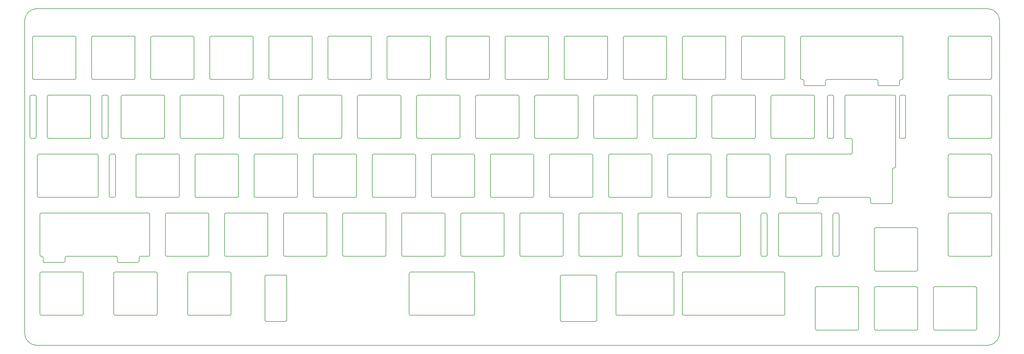
<source format=gbr>
%TF.GenerationSoftware,KiCad,Pcbnew,(5.1.7)-1*%
%TF.CreationDate,2021-02-21T21:25:05+01:00*%
%TF.ProjectId,kbic65-plate,6b626963-3635-42d7-906c-6174652e6b69,rev?*%
%TF.SameCoordinates,Original*%
%TF.FileFunction,Profile,NP*%
%FSLAX46Y46*%
G04 Gerber Fmt 4.6, Leading zero omitted, Abs format (unit mm)*
G04 Created by KiCad (PCBNEW (5.1.7)-1) date 2021-02-21 21:25:05*
%MOMM*%
%LPD*%
G01*
G04 APERTURE LIST*
%TA.AperFunction,Profile*%
%ADD10C,0.200000*%
%TD*%
G04 APERTURE END LIST*
D10*
X312587508Y59675001D02*
X312587508Y59675001D01*
X312087498Y73174995D02*
X312087498Y60175010D01*
X312087498Y60175010D02*
X312136804Y59958236D01*
X312136804Y59958236D02*
X312269455Y59789179D01*
X312269455Y59789179D02*
X312462548Y59690742D01*
X312462548Y59690742D02*
X312587508Y59675001D01*
X325587492Y73675004D02*
X312587508Y73675004D01*
X312587508Y73675004D02*
X312370733Y73625697D01*
X312370733Y73625697D02*
X312201676Y73493046D01*
X312201676Y73493046D02*
X312103239Y73299954D01*
X312103239Y73299954D02*
X312087498Y73174995D01*
X326087502Y60175010D02*
X326087502Y73174995D01*
X326087502Y73174995D02*
X326038195Y73391768D01*
X326038195Y73391768D02*
X325905544Y73560825D01*
X325905544Y73560825D02*
X325712451Y73659262D01*
X325712451Y73659262D02*
X325587492Y73675004D01*
X312587508Y59675001D02*
X325587492Y59675001D01*
X325587492Y59675001D02*
X325804266Y59724307D01*
X325804266Y59724307D02*
X325973323Y59856958D01*
X325973323Y59856958D02*
X326071760Y60050050D01*
X326071760Y60050050D02*
X326087502Y60175010D01*
X312587508Y40625001D02*
X312587508Y40625001D01*
X312087498Y54124995D02*
X312087498Y41125010D01*
X312087498Y41125010D02*
X312136804Y40908236D01*
X312136804Y40908236D02*
X312269455Y40739179D01*
X312269455Y40739179D02*
X312462548Y40640742D01*
X312462548Y40640742D02*
X312587508Y40625001D01*
X325587492Y54625004D02*
X312587508Y54625004D01*
X312587508Y54625004D02*
X312370733Y54575697D01*
X312370733Y54575697D02*
X312201676Y54443046D01*
X312201676Y54443046D02*
X312103239Y54249954D01*
X312103239Y54249954D02*
X312087498Y54124995D01*
X326087502Y41125010D02*
X326087502Y54124995D01*
X326087502Y54124995D02*
X326038195Y54341768D01*
X326038195Y54341768D02*
X325905544Y54510825D01*
X325905544Y54510825D02*
X325712451Y54609262D01*
X325712451Y54609262D02*
X325587492Y54625004D01*
X312587508Y40625001D02*
X325587492Y40625001D01*
X325587492Y40625001D02*
X325804266Y40674307D01*
X325804266Y40674307D02*
X325973323Y40806958D01*
X325973323Y40806958D02*
X326071760Y41000050D01*
X326071760Y41000050D02*
X326087502Y41125010D01*
X307825008Y16812501D02*
X307825008Y16812501D01*
X307324998Y30312495D02*
X307324998Y17312510D01*
X307324998Y17312510D02*
X307374304Y17095736D01*
X307374304Y17095736D02*
X307506955Y16926679D01*
X307506955Y16926679D02*
X307700048Y16828242D01*
X307700048Y16828242D02*
X307825008Y16812501D01*
X320824992Y30812504D02*
X307825008Y30812504D01*
X307825008Y30812504D02*
X307608233Y30763197D01*
X307608233Y30763197D02*
X307439176Y30630546D01*
X307439176Y30630546D02*
X307340739Y30437454D01*
X307340739Y30437454D02*
X307324998Y30312495D01*
X321325002Y17312510D02*
X321325002Y30312495D01*
X321325002Y30312495D02*
X321275695Y30529268D01*
X321275695Y30529268D02*
X321143044Y30698325D01*
X321143044Y30698325D02*
X320949951Y30796762D01*
X320949951Y30796762D02*
X320824992Y30812504D01*
X307825008Y16812501D02*
X320824992Y16812501D01*
X320824992Y16812501D02*
X321041766Y16861807D01*
X321041766Y16861807D02*
X321210823Y16994458D01*
X321210823Y16994458D02*
X321309260Y17187550D01*
X321309260Y17187550D02*
X321325002Y17312510D01*
X288774981Y16812501D02*
X288774981Y16812501D01*
X288274972Y30312495D02*
X288274972Y17312510D01*
X288274972Y17312510D02*
X288324278Y17095736D01*
X288324278Y17095736D02*
X288456929Y16926679D01*
X288456929Y16926679D02*
X288650021Y16828242D01*
X288650021Y16828242D02*
X288774981Y16812501D01*
X301774992Y30812504D02*
X288774981Y30812504D01*
X288774981Y30812504D02*
X288558207Y30763197D01*
X288558207Y30763197D02*
X288389150Y30630546D01*
X288389150Y30630546D02*
X288290713Y30437454D01*
X288290713Y30437454D02*
X288274972Y30312495D01*
X302274975Y17312510D02*
X302274975Y30312495D01*
X302274975Y30312495D02*
X302225673Y30529268D01*
X302225673Y30529268D02*
X302093033Y30698325D01*
X302093033Y30698325D02*
X301899949Y30796762D01*
X301899949Y30796762D02*
X301774992Y30812504D01*
X288774981Y16812501D02*
X301774992Y16812501D01*
X301774992Y16812501D02*
X301991760Y16861807D01*
X301991760Y16861807D02*
X302160807Y16994458D01*
X302160807Y16994458D02*
X302259235Y17187550D01*
X302259235Y17187550D02*
X302274975Y17312510D01*
X269725008Y16812501D02*
X269725008Y16812501D01*
X269224998Y30312495D02*
X269224998Y17312510D01*
X269224998Y17312510D02*
X269274304Y17095736D01*
X269274304Y17095736D02*
X269406955Y16926679D01*
X269406955Y16926679D02*
X269600048Y16828242D01*
X269600048Y16828242D02*
X269725008Y16812501D01*
X282724992Y30812504D02*
X269725008Y30812504D01*
X269725008Y30812504D02*
X269508233Y30763197D01*
X269508233Y30763197D02*
X269339176Y30630546D01*
X269339176Y30630546D02*
X269240739Y30437454D01*
X269240739Y30437454D02*
X269224998Y30312495D01*
X283225002Y17312510D02*
X283225002Y30312495D01*
X283225002Y30312495D02*
X283175695Y30529268D01*
X283175695Y30529268D02*
X283043044Y30698325D01*
X283043044Y30698325D02*
X282849951Y30796762D01*
X282849951Y30796762D02*
X282724992Y30812504D01*
X269725008Y16812501D02*
X282724992Y16812501D01*
X282724992Y16812501D02*
X282941766Y16861807D01*
X282941766Y16861807D02*
X283110823Y16994458D01*
X283110823Y16994458D02*
X283209260Y17187550D01*
X283209260Y17187550D02*
X283225002Y17312510D01*
X288775008Y35862501D02*
X288775008Y35862501D01*
X288274998Y49362495D02*
X288274998Y36362510D01*
X288274998Y36362510D02*
X288324304Y36145736D01*
X288324304Y36145736D02*
X288456955Y35976679D01*
X288456955Y35976679D02*
X288650048Y35878242D01*
X288650048Y35878242D02*
X288775008Y35862501D01*
X301775019Y49862504D02*
X288775008Y49862504D01*
X288775008Y49862504D02*
X288558233Y49813197D01*
X288558233Y49813197D02*
X288389176Y49680546D01*
X288389176Y49680546D02*
X288290739Y49487454D01*
X288290739Y49487454D02*
X288274998Y49362495D01*
X302275002Y36362510D02*
X302275002Y49362495D01*
X302275002Y49362495D02*
X302225700Y49579268D01*
X302225700Y49579268D02*
X302093059Y49748325D01*
X302093059Y49748325D02*
X301899976Y49846762D01*
X301899976Y49846762D02*
X301775019Y49862504D01*
X288775008Y35862501D02*
X301775019Y35862501D01*
X301775019Y35862501D02*
X301991787Y35911807D01*
X301991787Y35911807D02*
X302160834Y36044458D01*
X302160834Y36044458D02*
X302259261Y36237550D01*
X302259261Y36237550D02*
X302275002Y36362510D01*
X257818743Y40625001D02*
X257818743Y40625001D01*
X257318744Y54124995D02*
X257318744Y41125010D01*
X257318744Y41125010D02*
X257368047Y40908236D01*
X257368047Y40908236D02*
X257500695Y40739179D01*
X257500695Y40739179D02*
X257693784Y40640742D01*
X257693784Y40640742D02*
X257818743Y40625001D01*
X270818742Y54625004D02*
X257818743Y54625004D01*
X257818743Y54625004D02*
X257601971Y54575697D01*
X257601971Y54575697D02*
X257432917Y54443046D01*
X257432917Y54443046D02*
X257334483Y54249954D01*
X257334483Y54249954D02*
X257318744Y54124995D01*
X271318752Y41125010D02*
X271318752Y54124995D01*
X271318752Y54124995D02*
X271269445Y54341768D01*
X271269445Y54341768D02*
X271136794Y54510825D01*
X271136794Y54510825D02*
X270943701Y54609262D01*
X270943701Y54609262D02*
X270818742Y54625004D01*
X257818743Y40625001D02*
X270818742Y40625001D01*
X270818742Y40625001D02*
X271035516Y40674307D01*
X271035516Y40674307D02*
X271204573Y40806958D01*
X271204573Y40806958D02*
X271303010Y41000050D01*
X271303010Y41000050D02*
X271318752Y41125010D01*
X67318750Y21575001D02*
X67318750Y21575001D01*
X66818751Y35074995D02*
X66818751Y22075010D01*
X66818751Y22075010D02*
X66868053Y21858236D01*
X66868053Y21858236D02*
X67000700Y21689179D01*
X67000700Y21689179D02*
X67193790Y21590742D01*
X67193790Y21590742D02*
X67318750Y21575001D01*
X80318750Y35575004D02*
X67318750Y35575004D01*
X67318750Y35575004D02*
X67101976Y35525697D01*
X67101976Y35525697D02*
X66932922Y35393046D01*
X66932922Y35393046D02*
X66834490Y35199954D01*
X66834490Y35199954D02*
X66818751Y35074995D01*
X80818749Y22075010D02*
X80818749Y35074995D01*
X80818749Y35074995D02*
X80769446Y35291768D01*
X80769446Y35291768D02*
X80636799Y35460825D01*
X80636799Y35460825D02*
X80443709Y35559262D01*
X80443709Y35559262D02*
X80318750Y35575004D01*
X67318750Y21575001D02*
X80318750Y21575001D01*
X80318750Y21575001D02*
X80535523Y21624307D01*
X80535523Y21624307D02*
X80704577Y21756958D01*
X80704577Y21756958D02*
X80803009Y21950050D01*
X80803009Y21950050D02*
X80818749Y22075010D01*
X43506250Y21575001D02*
X43506250Y21575001D01*
X43006251Y35074995D02*
X43006251Y22075010D01*
X43006251Y22075010D02*
X43055553Y21858236D01*
X43055553Y21858236D02*
X43188200Y21689179D01*
X43188200Y21689179D02*
X43381290Y21590742D01*
X43381290Y21590742D02*
X43506250Y21575001D01*
X56506250Y35575004D02*
X43506250Y35575004D01*
X43506250Y35575004D02*
X43289476Y35525697D01*
X43289476Y35525697D02*
X43120422Y35393046D01*
X43120422Y35393046D02*
X43021990Y35199954D01*
X43021990Y35199954D02*
X43006251Y35074995D01*
X57006249Y22075010D02*
X57006249Y35074995D01*
X57006249Y35074995D02*
X56956946Y35291768D01*
X56956946Y35291768D02*
X56824299Y35460825D01*
X56824299Y35460825D02*
X56631209Y35559262D01*
X56631209Y35559262D02*
X56506250Y35575004D01*
X43506250Y21575001D02*
X56506250Y21575001D01*
X56506250Y21575001D02*
X56723023Y21624307D01*
X56723023Y21624307D02*
X56892077Y21756958D01*
X56892077Y21756958D02*
X56990509Y21950050D01*
X56990509Y21950050D02*
X57006249Y22075010D01*
X19693750Y21575001D02*
X19693750Y21575001D01*
X19193750Y35074995D02*
X19193750Y22075010D01*
X19193750Y22075010D02*
X19243052Y21858236D01*
X19243052Y21858236D02*
X19375700Y21689179D01*
X19375700Y21689179D02*
X19568790Y21590742D01*
X19568790Y21590742D02*
X19693750Y21575001D01*
X32693750Y35575004D02*
X19693750Y35575004D01*
X19693750Y35575004D02*
X19476976Y35525697D01*
X19476976Y35525697D02*
X19307922Y35393046D01*
X19307922Y35393046D02*
X19209489Y35199954D01*
X19209489Y35199954D02*
X19193750Y35074995D01*
X33193748Y22075010D02*
X33193748Y35074995D01*
X33193748Y35074995D02*
X33144446Y35291768D01*
X33144446Y35291768D02*
X33011799Y35460825D01*
X33011799Y35460825D02*
X32818709Y35559262D01*
X32818709Y35559262D02*
X32693750Y35575004D01*
X19693750Y21575001D02*
X32693750Y21575001D01*
X32693750Y21575001D02*
X32910523Y21624307D01*
X32910523Y21624307D02*
X33079577Y21756958D01*
X33079577Y21756958D02*
X33178009Y21950050D01*
X33178009Y21950050D02*
X33193748Y22075010D01*
X231625000Y40625001D02*
X231625000Y40625001D01*
X231125001Y54124995D02*
X231125001Y41125010D01*
X231125001Y41125010D02*
X231174303Y40908236D01*
X231174303Y40908236D02*
X231306950Y40739179D01*
X231306950Y40739179D02*
X231500040Y40640742D01*
X231500040Y40640742D02*
X231625000Y40625001D01*
X244625000Y54625004D02*
X231625000Y54625004D01*
X231625000Y54625004D02*
X231408226Y54575697D01*
X231408226Y54575697D02*
X231239172Y54443046D01*
X231239172Y54443046D02*
X231140740Y54249954D01*
X231140740Y54249954D02*
X231125001Y54124995D01*
X245124999Y41125010D02*
X245124999Y54124995D01*
X245124999Y54124995D02*
X245075696Y54341768D01*
X245075696Y54341768D02*
X244943049Y54510825D01*
X244943049Y54510825D02*
X244749959Y54609262D01*
X244749959Y54609262D02*
X244625000Y54625004D01*
X231625000Y40625001D02*
X244625000Y40625001D01*
X244625000Y40625001D02*
X244841773Y40674307D01*
X244841773Y40674307D02*
X245010827Y40806958D01*
X245010827Y40806958D02*
X245109259Y41000050D01*
X245109259Y41000050D02*
X245124999Y41125010D01*
X212575000Y40625001D02*
X212575000Y40625001D01*
X212075001Y54124995D02*
X212075001Y41125010D01*
X212075001Y41125010D02*
X212124303Y40908236D01*
X212124303Y40908236D02*
X212256950Y40739179D01*
X212256950Y40739179D02*
X212450040Y40640742D01*
X212450040Y40640742D02*
X212575000Y40625001D01*
X225575000Y54625004D02*
X212575000Y54625004D01*
X212575000Y54625004D02*
X212358226Y54575697D01*
X212358226Y54575697D02*
X212189172Y54443046D01*
X212189172Y54443046D02*
X212090740Y54249954D01*
X212090740Y54249954D02*
X212075001Y54124995D01*
X226074999Y41125010D02*
X226074999Y54124995D01*
X226074999Y54124995D02*
X226025696Y54341768D01*
X226025696Y54341768D02*
X225893049Y54510825D01*
X225893049Y54510825D02*
X225699959Y54609262D01*
X225699959Y54609262D02*
X225575000Y54625004D01*
X212575000Y40625001D02*
X225575000Y40625001D01*
X225575000Y40625001D02*
X225791773Y40674307D01*
X225791773Y40674307D02*
X225960827Y40806958D01*
X225960827Y40806958D02*
X226059259Y41000050D01*
X226059259Y41000050D02*
X226074999Y41125010D01*
X193525000Y40625001D02*
X193525000Y40625001D01*
X193025001Y54124995D02*
X193025001Y41125010D01*
X193025001Y41125010D02*
X193074303Y40908236D01*
X193074303Y40908236D02*
X193206950Y40739179D01*
X193206950Y40739179D02*
X193400040Y40640742D01*
X193400040Y40640742D02*
X193525000Y40625001D01*
X206525000Y54625004D02*
X193525000Y54625004D01*
X193525000Y54625004D02*
X193308226Y54575697D01*
X193308226Y54575697D02*
X193139172Y54443046D01*
X193139172Y54443046D02*
X193040740Y54249954D01*
X193040740Y54249954D02*
X193025001Y54124995D01*
X207024999Y41125010D02*
X207024999Y54124995D01*
X207024999Y54124995D02*
X206975696Y54341768D01*
X206975696Y54341768D02*
X206843049Y54510825D01*
X206843049Y54510825D02*
X206649959Y54609262D01*
X206649959Y54609262D02*
X206525000Y54625004D01*
X193525000Y40625001D02*
X206525000Y40625001D01*
X206525000Y40625001D02*
X206741773Y40674307D01*
X206741773Y40674307D02*
X206910827Y40806958D01*
X206910827Y40806958D02*
X207009259Y41000050D01*
X207009259Y41000050D02*
X207024999Y41125010D01*
X174475000Y40625001D02*
X174475000Y40625001D01*
X173975001Y54124995D02*
X173975001Y41125010D01*
X173975001Y41125010D02*
X174024303Y40908236D01*
X174024303Y40908236D02*
X174156950Y40739179D01*
X174156950Y40739179D02*
X174350040Y40640742D01*
X174350040Y40640742D02*
X174475000Y40625001D01*
X187475000Y54625004D02*
X174475000Y54625004D01*
X174475000Y54625004D02*
X174258226Y54575697D01*
X174258226Y54575697D02*
X174089172Y54443046D01*
X174089172Y54443046D02*
X173990740Y54249954D01*
X173990740Y54249954D02*
X173975001Y54124995D01*
X187974999Y41125010D02*
X187974999Y54124995D01*
X187974999Y54124995D02*
X187925696Y54341768D01*
X187925696Y54341768D02*
X187793049Y54510825D01*
X187793049Y54510825D02*
X187599959Y54609262D01*
X187599959Y54609262D02*
X187475000Y54625004D01*
X174475000Y40625001D02*
X187475000Y40625001D01*
X187475000Y40625001D02*
X187691773Y40674307D01*
X187691773Y40674307D02*
X187860827Y40806958D01*
X187860827Y40806958D02*
X187959259Y41000050D01*
X187959259Y41000050D02*
X187974999Y41125010D01*
X155425000Y40625001D02*
X155425000Y40625001D01*
X154925001Y54124995D02*
X154925001Y41125010D01*
X154925001Y41125010D02*
X154974303Y40908236D01*
X154974303Y40908236D02*
X155106950Y40739179D01*
X155106950Y40739179D02*
X155300040Y40640742D01*
X155300040Y40640742D02*
X155425000Y40625001D01*
X168425000Y54625004D02*
X155425000Y54625004D01*
X155425000Y54625004D02*
X155208226Y54575697D01*
X155208226Y54575697D02*
X155039172Y54443046D01*
X155039172Y54443046D02*
X154940740Y54249954D01*
X154940740Y54249954D02*
X154925001Y54124995D01*
X168924999Y41125010D02*
X168924999Y54124995D01*
X168924999Y54124995D02*
X168875696Y54341768D01*
X168875696Y54341768D02*
X168743049Y54510825D01*
X168743049Y54510825D02*
X168549959Y54609262D01*
X168549959Y54609262D02*
X168425000Y54625004D01*
X155425000Y40625001D02*
X168425000Y40625001D01*
X168425000Y40625001D02*
X168641773Y40674307D01*
X168641773Y40674307D02*
X168810827Y40806958D01*
X168810827Y40806958D02*
X168909259Y41000050D01*
X168909259Y41000050D02*
X168924999Y41125010D01*
X136375000Y40625001D02*
X136375000Y40625001D01*
X135875001Y54124995D02*
X135875001Y41125010D01*
X135875001Y41125010D02*
X135924303Y40908236D01*
X135924303Y40908236D02*
X136056950Y40739179D01*
X136056950Y40739179D02*
X136250040Y40640742D01*
X136250040Y40640742D02*
X136375000Y40625001D01*
X149375000Y54625004D02*
X136375000Y54625004D01*
X136375000Y54625004D02*
X136158226Y54575697D01*
X136158226Y54575697D02*
X135989172Y54443046D01*
X135989172Y54443046D02*
X135890740Y54249954D01*
X135890740Y54249954D02*
X135875001Y54124995D01*
X149874999Y41125010D02*
X149874999Y54124995D01*
X149874999Y54124995D02*
X149825696Y54341768D01*
X149825696Y54341768D02*
X149693049Y54510825D01*
X149693049Y54510825D02*
X149499959Y54609262D01*
X149499959Y54609262D02*
X149375000Y54625004D01*
X136375000Y40625001D02*
X149375000Y40625001D01*
X149375000Y40625001D02*
X149591773Y40674307D01*
X149591773Y40674307D02*
X149760827Y40806958D01*
X149760827Y40806958D02*
X149859259Y41000050D01*
X149859259Y41000050D02*
X149874999Y41125010D01*
X117325000Y40625001D02*
X117325000Y40625001D01*
X116825001Y54124995D02*
X116825001Y41125010D01*
X116825001Y41125010D02*
X116874303Y40908236D01*
X116874303Y40908236D02*
X117006950Y40739179D01*
X117006950Y40739179D02*
X117200040Y40640742D01*
X117200040Y40640742D02*
X117325000Y40625001D01*
X130324999Y54625004D02*
X117325000Y54625004D01*
X117325000Y54625004D02*
X117108226Y54575697D01*
X117108226Y54575697D02*
X116939172Y54443046D01*
X116939172Y54443046D02*
X116840740Y54249954D01*
X116840740Y54249954D02*
X116825001Y54124995D01*
X130824998Y41125010D02*
X130824998Y54124995D01*
X130824998Y54124995D02*
X130775696Y54341768D01*
X130775696Y54341768D02*
X130643049Y54510825D01*
X130643049Y54510825D02*
X130449958Y54609262D01*
X130449958Y54609262D02*
X130324999Y54625004D01*
X117325000Y40625001D02*
X130324999Y40625001D01*
X130324999Y40625001D02*
X130541772Y40674307D01*
X130541772Y40674307D02*
X130710827Y40806958D01*
X130710827Y40806958D02*
X130809259Y41000050D01*
X130809259Y41000050D02*
X130824998Y41125010D01*
X98275000Y40625001D02*
X98275000Y40625001D01*
X97775001Y54124995D02*
X97775001Y41125010D01*
X97775001Y41125010D02*
X97824303Y40908236D01*
X97824303Y40908236D02*
X97956950Y40739179D01*
X97956950Y40739179D02*
X98150040Y40640742D01*
X98150040Y40640742D02*
X98275000Y40625001D01*
X111275000Y54625004D02*
X98275000Y54625004D01*
X98275000Y54625004D02*
X98058226Y54575697D01*
X98058226Y54575697D02*
X97889172Y54443046D01*
X97889172Y54443046D02*
X97790740Y54249954D01*
X97790740Y54249954D02*
X97775001Y54124995D01*
X111774999Y41125010D02*
X111774999Y54124995D01*
X111774999Y54124995D02*
X111725696Y54341768D01*
X111725696Y54341768D02*
X111593049Y54510825D01*
X111593049Y54510825D02*
X111399959Y54609262D01*
X111399959Y54609262D02*
X111275000Y54625004D01*
X98275000Y40625001D02*
X111275000Y40625001D01*
X111275000Y40625001D02*
X111491773Y40674307D01*
X111491773Y40674307D02*
X111660827Y40806958D01*
X111660827Y40806958D02*
X111759259Y41000050D01*
X111759259Y41000050D02*
X111774999Y41125010D01*
X79225000Y40625001D02*
X79225000Y40625001D01*
X78725001Y54124995D02*
X78725001Y41125010D01*
X78725001Y41125010D02*
X78774303Y40908236D01*
X78774303Y40908236D02*
X78906950Y40739179D01*
X78906950Y40739179D02*
X79100040Y40640742D01*
X79100040Y40640742D02*
X79225000Y40625001D01*
X92225000Y54625004D02*
X79225000Y54625004D01*
X79225000Y54625004D02*
X79008226Y54575697D01*
X79008226Y54575697D02*
X78839172Y54443046D01*
X78839172Y54443046D02*
X78740740Y54249954D01*
X78740740Y54249954D02*
X78725001Y54124995D01*
X92724999Y41125010D02*
X92724999Y54124995D01*
X92724999Y54124995D02*
X92675696Y54341768D01*
X92675696Y54341768D02*
X92543049Y54510825D01*
X92543049Y54510825D02*
X92349959Y54609262D01*
X92349959Y54609262D02*
X92225000Y54625004D01*
X79225000Y40625001D02*
X92225000Y40625001D01*
X92225000Y40625001D02*
X92441773Y40674307D01*
X92441773Y40674307D02*
X92610827Y40806958D01*
X92610827Y40806958D02*
X92709259Y41000050D01*
X92709259Y41000050D02*
X92724999Y41125010D01*
X60175000Y40625001D02*
X60175000Y40625001D01*
X59675001Y54124995D02*
X59675001Y41125010D01*
X59675001Y41125010D02*
X59724303Y40908236D01*
X59724303Y40908236D02*
X59856950Y40739179D01*
X59856950Y40739179D02*
X60050040Y40640742D01*
X60050040Y40640742D02*
X60175000Y40625001D01*
X73175000Y54625004D02*
X60175000Y54625004D01*
X60175000Y54625004D02*
X59958226Y54575697D01*
X59958226Y54575697D02*
X59789172Y54443046D01*
X59789172Y54443046D02*
X59690740Y54249954D01*
X59690740Y54249954D02*
X59675001Y54124995D01*
X73674999Y41125010D02*
X73674999Y54124995D01*
X73674999Y54124995D02*
X73625696Y54341768D01*
X73625696Y54341768D02*
X73493049Y54510825D01*
X73493049Y54510825D02*
X73299959Y54609262D01*
X73299959Y54609262D02*
X73175000Y54625004D01*
X60175000Y40625001D02*
X73175000Y40625001D01*
X73175000Y40625001D02*
X73391773Y40674307D01*
X73391773Y40674307D02*
X73560827Y40806958D01*
X73560827Y40806958D02*
X73659259Y41000050D01*
X73659259Y41000050D02*
X73674999Y41125010D01*
X241150000Y59675001D02*
X241150000Y59675001D01*
X240650001Y73174995D02*
X240650001Y60175010D01*
X240650001Y60175010D02*
X240699303Y59958236D01*
X240699303Y59958236D02*
X240831950Y59789179D01*
X240831950Y59789179D02*
X241025040Y59690742D01*
X241025040Y59690742D02*
X241150000Y59675001D01*
X254150000Y73675004D02*
X241150000Y73675004D01*
X241150000Y73675004D02*
X240933226Y73625697D01*
X240933226Y73625697D02*
X240764172Y73493046D01*
X240764172Y73493046D02*
X240665740Y73299954D01*
X240665740Y73299954D02*
X240650001Y73174995D01*
X254649999Y60175010D02*
X254649999Y73174995D01*
X254649999Y73174995D02*
X254600696Y73391768D01*
X254600696Y73391768D02*
X254468049Y73560825D01*
X254468049Y73560825D02*
X254274959Y73659262D01*
X254274959Y73659262D02*
X254150000Y73675004D01*
X241150000Y59675001D02*
X254150000Y59675001D01*
X254150000Y59675001D02*
X254366773Y59724307D01*
X254366773Y59724307D02*
X254535827Y59856958D01*
X254535827Y59856958D02*
X254634259Y60050050D01*
X254634259Y60050050D02*
X254649999Y60175010D01*
X222100000Y59675001D02*
X222100000Y59675001D01*
X221600001Y73174995D02*
X221600001Y60175010D01*
X221600001Y60175010D02*
X221649303Y59958236D01*
X221649303Y59958236D02*
X221781950Y59789179D01*
X221781950Y59789179D02*
X221975040Y59690742D01*
X221975040Y59690742D02*
X222100000Y59675001D01*
X235100000Y73675004D02*
X222100000Y73675004D01*
X222100000Y73675004D02*
X221883226Y73625697D01*
X221883226Y73625697D02*
X221714172Y73493046D01*
X221714172Y73493046D02*
X221615740Y73299954D01*
X221615740Y73299954D02*
X221600001Y73174995D01*
X235599999Y60175010D02*
X235599999Y73174995D01*
X235599999Y73174995D02*
X235550696Y73391768D01*
X235550696Y73391768D02*
X235418049Y73560825D01*
X235418049Y73560825D02*
X235224959Y73659262D01*
X235224959Y73659262D02*
X235100000Y73675004D01*
X222100000Y59675001D02*
X235100000Y59675001D01*
X235100000Y59675001D02*
X235316773Y59724307D01*
X235316773Y59724307D02*
X235485827Y59856958D01*
X235485827Y59856958D02*
X235584259Y60050050D01*
X235584259Y60050050D02*
X235599999Y60175010D01*
X203050000Y59675001D02*
X203050000Y59675001D01*
X202550001Y73174995D02*
X202550001Y60175010D01*
X202550001Y60175010D02*
X202599303Y59958236D01*
X202599303Y59958236D02*
X202731950Y59789179D01*
X202731950Y59789179D02*
X202925040Y59690742D01*
X202925040Y59690742D02*
X203050000Y59675001D01*
X216050000Y73675004D02*
X203050000Y73675004D01*
X203050000Y73675004D02*
X202833226Y73625697D01*
X202833226Y73625697D02*
X202664172Y73493046D01*
X202664172Y73493046D02*
X202565740Y73299954D01*
X202565740Y73299954D02*
X202550001Y73174995D01*
X216549999Y60175010D02*
X216549999Y73174995D01*
X216549999Y73174995D02*
X216500696Y73391768D01*
X216500696Y73391768D02*
X216368049Y73560825D01*
X216368049Y73560825D02*
X216174959Y73659262D01*
X216174959Y73659262D02*
X216050000Y73675004D01*
X203050000Y59675001D02*
X216050000Y59675001D01*
X216050000Y59675001D02*
X216266773Y59724307D01*
X216266773Y59724307D02*
X216435827Y59856958D01*
X216435827Y59856958D02*
X216534259Y60050050D01*
X216534259Y60050050D02*
X216549999Y60175010D01*
X184000000Y59675001D02*
X184000000Y59675001D01*
X183500001Y73174995D02*
X183500001Y60175010D01*
X183500001Y60175010D02*
X183549303Y59958236D01*
X183549303Y59958236D02*
X183681950Y59789179D01*
X183681950Y59789179D02*
X183875040Y59690742D01*
X183875040Y59690742D02*
X184000000Y59675001D01*
X197000000Y73675004D02*
X184000000Y73675004D01*
X184000000Y73675004D02*
X183783226Y73625697D01*
X183783226Y73625697D02*
X183614172Y73493046D01*
X183614172Y73493046D02*
X183515740Y73299954D01*
X183515740Y73299954D02*
X183500001Y73174995D01*
X197499999Y60175010D02*
X197499999Y73174995D01*
X197499999Y73174995D02*
X197450696Y73391768D01*
X197450696Y73391768D02*
X197318049Y73560825D01*
X197318049Y73560825D02*
X197124959Y73659262D01*
X197124959Y73659262D02*
X197000000Y73675004D01*
X184000000Y59675001D02*
X197000000Y59675001D01*
X197000000Y59675001D02*
X197216773Y59724307D01*
X197216773Y59724307D02*
X197385827Y59856958D01*
X197385827Y59856958D02*
X197484259Y60050050D01*
X197484259Y60050050D02*
X197499999Y60175010D01*
X164950000Y59675001D02*
X164950000Y59675001D01*
X164450001Y73174995D02*
X164450001Y60175010D01*
X164450001Y60175010D02*
X164499303Y59958236D01*
X164499303Y59958236D02*
X164631950Y59789179D01*
X164631950Y59789179D02*
X164825040Y59690742D01*
X164825040Y59690742D02*
X164950000Y59675001D01*
X177950000Y73675004D02*
X164950000Y73675004D01*
X164950000Y73675004D02*
X164733226Y73625697D01*
X164733226Y73625697D02*
X164564172Y73493046D01*
X164564172Y73493046D02*
X164465740Y73299954D01*
X164465740Y73299954D02*
X164450001Y73174995D01*
X178449999Y60175010D02*
X178449999Y73174995D01*
X178449999Y73174995D02*
X178400696Y73391768D01*
X178400696Y73391768D02*
X178268049Y73560825D01*
X178268049Y73560825D02*
X178074959Y73659262D01*
X178074959Y73659262D02*
X177950000Y73675004D01*
X164950000Y59675001D02*
X177950000Y59675001D01*
X177950000Y59675001D02*
X178166773Y59724307D01*
X178166773Y59724307D02*
X178335827Y59856958D01*
X178335827Y59856958D02*
X178434259Y60050050D01*
X178434259Y60050050D02*
X178449999Y60175010D01*
X145900000Y59675001D02*
X145900000Y59675001D01*
X145400001Y73174995D02*
X145400001Y60175010D01*
X145400001Y60175010D02*
X145449303Y59958236D01*
X145449303Y59958236D02*
X145581950Y59789179D01*
X145581950Y59789179D02*
X145775040Y59690742D01*
X145775040Y59690742D02*
X145900000Y59675001D01*
X158900000Y73675004D02*
X145900000Y73675004D01*
X145900000Y73675004D02*
X145683226Y73625697D01*
X145683226Y73625697D02*
X145514172Y73493046D01*
X145514172Y73493046D02*
X145415740Y73299954D01*
X145415740Y73299954D02*
X145400001Y73174995D01*
X159399999Y60175010D02*
X159399999Y73174995D01*
X159399999Y73174995D02*
X159350696Y73391768D01*
X159350696Y73391768D02*
X159218049Y73560825D01*
X159218049Y73560825D02*
X159024959Y73659262D01*
X159024959Y73659262D02*
X158900000Y73675004D01*
X145900000Y59675001D02*
X158900000Y59675001D01*
X158900000Y59675001D02*
X159116773Y59724307D01*
X159116773Y59724307D02*
X159285827Y59856958D01*
X159285827Y59856958D02*
X159384259Y60050050D01*
X159384259Y60050050D02*
X159399999Y60175010D01*
X126850000Y59675001D02*
X126850000Y59675001D01*
X126350001Y73174995D02*
X126350001Y60175010D01*
X126350001Y60175010D02*
X126399303Y59958236D01*
X126399303Y59958236D02*
X126531950Y59789179D01*
X126531950Y59789179D02*
X126725040Y59690742D01*
X126725040Y59690742D02*
X126850000Y59675001D01*
X139850000Y73675004D02*
X126850000Y73675004D01*
X126850000Y73675004D02*
X126633226Y73625697D01*
X126633226Y73625697D02*
X126464172Y73493046D01*
X126464172Y73493046D02*
X126365740Y73299954D01*
X126365740Y73299954D02*
X126350001Y73174995D01*
X140349999Y60175010D02*
X140349999Y73174995D01*
X140349999Y73174995D02*
X140300696Y73391768D01*
X140300696Y73391768D02*
X140168049Y73560825D01*
X140168049Y73560825D02*
X139974959Y73659262D01*
X139974959Y73659262D02*
X139850000Y73675004D01*
X126850000Y59675001D02*
X139850000Y59675001D01*
X139850000Y59675001D02*
X140066773Y59724307D01*
X140066773Y59724307D02*
X140235827Y59856958D01*
X140235827Y59856958D02*
X140334259Y60050050D01*
X140334259Y60050050D02*
X140349999Y60175010D01*
X107800000Y59675001D02*
X107800000Y59675001D01*
X107300001Y73174995D02*
X107300001Y60175010D01*
X107300001Y60175010D02*
X107349303Y59958236D01*
X107349303Y59958236D02*
X107481950Y59789179D01*
X107481950Y59789179D02*
X107675040Y59690742D01*
X107675040Y59690742D02*
X107800000Y59675001D01*
X120800000Y73675004D02*
X107800000Y73675004D01*
X107800000Y73675004D02*
X107583226Y73625697D01*
X107583226Y73625697D02*
X107414172Y73493046D01*
X107414172Y73493046D02*
X107315740Y73299954D01*
X107315740Y73299954D02*
X107300001Y73174995D01*
X121299999Y60175010D02*
X121299999Y73174995D01*
X121299999Y73174995D02*
X121250696Y73391768D01*
X121250696Y73391768D02*
X121118049Y73560825D01*
X121118049Y73560825D02*
X120924959Y73659262D01*
X120924959Y73659262D02*
X120800000Y73675004D01*
X107800000Y59675001D02*
X120800000Y59675001D01*
X120800000Y59675001D02*
X121016773Y59724307D01*
X121016773Y59724307D02*
X121185827Y59856958D01*
X121185827Y59856958D02*
X121284259Y60050050D01*
X121284259Y60050050D02*
X121299999Y60175010D01*
X88750000Y59675001D02*
X88750000Y59675001D01*
X88250001Y73174995D02*
X88250001Y60175010D01*
X88250001Y60175010D02*
X88299303Y59958236D01*
X88299303Y59958236D02*
X88431950Y59789179D01*
X88431950Y59789179D02*
X88625040Y59690742D01*
X88625040Y59690742D02*
X88750000Y59675001D01*
X101750000Y73675004D02*
X88750000Y73675004D01*
X88750000Y73675004D02*
X88533226Y73625697D01*
X88533226Y73625697D02*
X88364172Y73493046D01*
X88364172Y73493046D02*
X88265740Y73299954D01*
X88265740Y73299954D02*
X88250001Y73174995D01*
X102249999Y60175010D02*
X102249999Y73174995D01*
X102249999Y73174995D02*
X102200696Y73391768D01*
X102200696Y73391768D02*
X102068049Y73560825D01*
X102068049Y73560825D02*
X101874959Y73659262D01*
X101874959Y73659262D02*
X101750000Y73675004D01*
X88750000Y59675001D02*
X101750000Y59675001D01*
X101750000Y59675001D02*
X101966773Y59724307D01*
X101966773Y59724307D02*
X102135827Y59856958D01*
X102135827Y59856958D02*
X102234259Y60050050D01*
X102234259Y60050050D02*
X102249999Y60175010D01*
X69700000Y59675001D02*
X69700000Y59675001D01*
X69200001Y73174995D02*
X69200001Y60175010D01*
X69200001Y60175010D02*
X69249303Y59958236D01*
X69249303Y59958236D02*
X69381950Y59789179D01*
X69381950Y59789179D02*
X69575040Y59690742D01*
X69575040Y59690742D02*
X69700000Y59675001D01*
X82700000Y73675004D02*
X69700000Y73675004D01*
X69700000Y73675004D02*
X69483226Y73625697D01*
X69483226Y73625697D02*
X69314172Y73493046D01*
X69314172Y73493046D02*
X69215740Y73299954D01*
X69215740Y73299954D02*
X69200001Y73174995D01*
X83199999Y60175010D02*
X83199999Y73174995D01*
X83199999Y73174995D02*
X83150696Y73391768D01*
X83150696Y73391768D02*
X83018049Y73560825D01*
X83018049Y73560825D02*
X82824959Y73659262D01*
X82824959Y73659262D02*
X82700000Y73675004D01*
X69700000Y59675001D02*
X82700000Y59675001D01*
X82700000Y59675001D02*
X82916773Y59724307D01*
X82916773Y59724307D02*
X83085827Y59856958D01*
X83085827Y59856958D02*
X83184259Y60050050D01*
X83184259Y60050050D02*
X83199999Y60175010D01*
X50650000Y59675001D02*
X50650000Y59675001D01*
X50150001Y73174995D02*
X50150001Y60175010D01*
X50150001Y60175010D02*
X50199303Y59958236D01*
X50199303Y59958236D02*
X50331950Y59789179D01*
X50331950Y59789179D02*
X50525040Y59690742D01*
X50525040Y59690742D02*
X50650000Y59675001D01*
X63650000Y73675004D02*
X50650000Y73675004D01*
X50650000Y73675004D02*
X50433226Y73625697D01*
X50433226Y73625697D02*
X50264172Y73493046D01*
X50264172Y73493046D02*
X50165740Y73299954D01*
X50165740Y73299954D02*
X50150001Y73174995D01*
X64149998Y60175010D02*
X64149998Y73174995D01*
X64149998Y73174995D02*
X64100696Y73391768D01*
X64100696Y73391768D02*
X63968049Y73560825D01*
X63968049Y73560825D02*
X63774959Y73659262D01*
X63774959Y73659262D02*
X63650000Y73675004D01*
X50650000Y59675001D02*
X63650000Y59675001D01*
X63650000Y59675001D02*
X63866772Y59724307D01*
X63866772Y59724307D02*
X64035826Y59856958D01*
X64035826Y59856958D02*
X64134259Y60050050D01*
X64134259Y60050050D02*
X64149998Y60175010D01*
X312587508Y78725001D02*
X312587508Y78725001D01*
X312087498Y92224995D02*
X312087498Y79225010D01*
X312087498Y79225010D02*
X312136804Y79008236D01*
X312136804Y79008236D02*
X312269455Y78839179D01*
X312269455Y78839179D02*
X312462548Y78740742D01*
X312462548Y78740742D02*
X312587508Y78725001D01*
X325587492Y92725004D02*
X312587508Y92725004D01*
X312587508Y92725004D02*
X312370733Y92675697D01*
X312370733Y92675697D02*
X312201676Y92543046D01*
X312201676Y92543046D02*
X312103239Y92349954D01*
X312103239Y92349954D02*
X312087498Y92224995D01*
X326087502Y79225010D02*
X326087502Y92224995D01*
X326087502Y92224995D02*
X326038195Y92441768D01*
X326038195Y92441768D02*
X325905544Y92610825D01*
X325905544Y92610825D02*
X325712451Y92709262D01*
X325712451Y92709262D02*
X325587492Y92725004D01*
X312587508Y78725001D02*
X325587492Y78725001D01*
X325587492Y78725001D02*
X325804266Y78774307D01*
X325804266Y78774307D02*
X325973323Y78906958D01*
X325973323Y78906958D02*
X326071760Y79100050D01*
X326071760Y79100050D02*
X326087502Y79225010D01*
X255437500Y78725001D02*
X255437500Y78725001D01*
X254937501Y92224995D02*
X254937501Y79225010D01*
X254937501Y79225010D02*
X254986803Y79008236D01*
X254986803Y79008236D02*
X255119450Y78839179D01*
X255119450Y78839179D02*
X255312540Y78740742D01*
X255312540Y78740742D02*
X255437500Y78725001D01*
X268437492Y92725004D02*
X255437500Y92725004D01*
X255437500Y92725004D02*
X255220726Y92675697D01*
X255220726Y92675697D02*
X255051672Y92543046D01*
X255051672Y92543046D02*
X254953240Y92349954D01*
X254953240Y92349954D02*
X254937501Y92224995D01*
X268937502Y79225010D02*
X268937502Y92224995D01*
X268937502Y92224995D02*
X268888195Y92441768D01*
X268888195Y92441768D02*
X268755544Y92610825D01*
X268755544Y92610825D02*
X268562451Y92709262D01*
X268562451Y92709262D02*
X268437492Y92725004D01*
X255437500Y78725001D02*
X268437492Y78725001D01*
X268437492Y78725001D02*
X268654266Y78774307D01*
X268654266Y78774307D02*
X268823323Y78906958D01*
X268823323Y78906958D02*
X268921760Y79100050D01*
X268921760Y79100050D02*
X268937502Y79225010D01*
X236387500Y78725001D02*
X236387500Y78725001D01*
X235887501Y92224995D02*
X235887501Y79225010D01*
X235887501Y79225010D02*
X235936803Y79008236D01*
X235936803Y79008236D02*
X236069450Y78839179D01*
X236069450Y78839179D02*
X236262540Y78740742D01*
X236262540Y78740742D02*
X236387500Y78725001D01*
X249387500Y92725004D02*
X236387500Y92725004D01*
X236387500Y92725004D02*
X236170726Y92675697D01*
X236170726Y92675697D02*
X236001672Y92543046D01*
X236001672Y92543046D02*
X235903240Y92349954D01*
X235903240Y92349954D02*
X235887501Y92224995D01*
X249887499Y79225010D02*
X249887499Y92224995D01*
X249887499Y92224995D02*
X249838196Y92441768D01*
X249838196Y92441768D02*
X249705549Y92610825D01*
X249705549Y92610825D02*
X249512459Y92709262D01*
X249512459Y92709262D02*
X249387500Y92725004D01*
X236387500Y78725001D02*
X249387500Y78725001D01*
X249387500Y78725001D02*
X249604273Y78774307D01*
X249604273Y78774307D02*
X249773327Y78906958D01*
X249773327Y78906958D02*
X249871759Y79100050D01*
X249871759Y79100050D02*
X249887499Y79225010D01*
X217337500Y78725001D02*
X217337500Y78725001D01*
X216837501Y92224995D02*
X216837501Y79225010D01*
X216837501Y79225010D02*
X216886803Y79008236D01*
X216886803Y79008236D02*
X217019450Y78839179D01*
X217019450Y78839179D02*
X217212540Y78740742D01*
X217212540Y78740742D02*
X217337500Y78725001D01*
X230337500Y92725004D02*
X217337500Y92725004D01*
X217337500Y92725004D02*
X217120726Y92675697D01*
X217120726Y92675697D02*
X216951672Y92543046D01*
X216951672Y92543046D02*
X216853240Y92349954D01*
X216853240Y92349954D02*
X216837501Y92224995D01*
X230837499Y79225010D02*
X230837499Y92224995D01*
X230837499Y92224995D02*
X230788196Y92441768D01*
X230788196Y92441768D02*
X230655549Y92610825D01*
X230655549Y92610825D02*
X230462459Y92709262D01*
X230462459Y92709262D02*
X230337500Y92725004D01*
X217337500Y78725001D02*
X230337500Y78725001D01*
X230337500Y78725001D02*
X230554273Y78774307D01*
X230554273Y78774307D02*
X230723327Y78906958D01*
X230723327Y78906958D02*
X230821759Y79100050D01*
X230821759Y79100050D02*
X230837499Y79225010D01*
X198287500Y78725001D02*
X198287500Y78725001D01*
X197787501Y92224995D02*
X197787501Y79225010D01*
X197787501Y79225010D02*
X197836803Y79008236D01*
X197836803Y79008236D02*
X197969450Y78839179D01*
X197969450Y78839179D02*
X198162540Y78740742D01*
X198162540Y78740742D02*
X198287500Y78725001D01*
X211287500Y92725004D02*
X198287500Y92725004D01*
X198287500Y92725004D02*
X198070726Y92675697D01*
X198070726Y92675697D02*
X197901672Y92543046D01*
X197901672Y92543046D02*
X197803240Y92349954D01*
X197803240Y92349954D02*
X197787501Y92224995D01*
X211787499Y79225010D02*
X211787499Y92224995D01*
X211787499Y92224995D02*
X211738196Y92441768D01*
X211738196Y92441768D02*
X211605549Y92610825D01*
X211605549Y92610825D02*
X211412459Y92709262D01*
X211412459Y92709262D02*
X211287500Y92725004D01*
X198287500Y78725001D02*
X211287500Y78725001D01*
X211287500Y78725001D02*
X211504273Y78774307D01*
X211504273Y78774307D02*
X211673327Y78906958D01*
X211673327Y78906958D02*
X211771759Y79100050D01*
X211771759Y79100050D02*
X211787499Y79225010D01*
X179237500Y78725001D02*
X179237500Y78725001D01*
X178737501Y92224995D02*
X178737501Y79225010D01*
X178737501Y79225010D02*
X178786803Y79008236D01*
X178786803Y79008236D02*
X178919450Y78839179D01*
X178919450Y78839179D02*
X179112540Y78740742D01*
X179112540Y78740742D02*
X179237500Y78725001D01*
X192237500Y92725004D02*
X179237500Y92725004D01*
X179237500Y92725004D02*
X179020726Y92675697D01*
X179020726Y92675697D02*
X178851672Y92543046D01*
X178851672Y92543046D02*
X178753240Y92349954D01*
X178753240Y92349954D02*
X178737501Y92224995D01*
X192737499Y79225010D02*
X192737499Y92224995D01*
X192737499Y92224995D02*
X192688196Y92441768D01*
X192688196Y92441768D02*
X192555549Y92610825D01*
X192555549Y92610825D02*
X192362459Y92709262D01*
X192362459Y92709262D02*
X192237500Y92725004D01*
X179237500Y78725001D02*
X192237500Y78725001D01*
X192237500Y78725001D02*
X192454273Y78774307D01*
X192454273Y78774307D02*
X192623327Y78906958D01*
X192623327Y78906958D02*
X192721759Y79100050D01*
X192721759Y79100050D02*
X192737499Y79225010D01*
X160187500Y78725001D02*
X160187500Y78725001D01*
X159687501Y92224995D02*
X159687501Y79225010D01*
X159687501Y79225010D02*
X159736803Y79008236D01*
X159736803Y79008236D02*
X159869450Y78839179D01*
X159869450Y78839179D02*
X160062540Y78740742D01*
X160062540Y78740742D02*
X160187500Y78725001D01*
X173187500Y92725004D02*
X160187500Y92725004D01*
X160187500Y92725004D02*
X159970726Y92675697D01*
X159970726Y92675697D02*
X159801672Y92543046D01*
X159801672Y92543046D02*
X159703240Y92349954D01*
X159703240Y92349954D02*
X159687501Y92224995D01*
X173687499Y79225010D02*
X173687499Y92224995D01*
X173687499Y92224995D02*
X173638196Y92441768D01*
X173638196Y92441768D02*
X173505549Y92610825D01*
X173505549Y92610825D02*
X173312459Y92709262D01*
X173312459Y92709262D02*
X173187500Y92725004D01*
X160187500Y78725001D02*
X173187500Y78725001D01*
X173187500Y78725001D02*
X173404273Y78774307D01*
X173404273Y78774307D02*
X173573327Y78906958D01*
X173573327Y78906958D02*
X173671759Y79100050D01*
X173671759Y79100050D02*
X173687499Y79225010D01*
X141137500Y78725001D02*
X141137500Y78725001D01*
X140637501Y92224995D02*
X140637501Y79225010D01*
X140637501Y79225010D02*
X140686803Y79008236D01*
X140686803Y79008236D02*
X140819450Y78839179D01*
X140819450Y78839179D02*
X141012540Y78740742D01*
X141012540Y78740742D02*
X141137500Y78725001D01*
X154137500Y92725004D02*
X141137500Y92725004D01*
X141137500Y92725004D02*
X140920726Y92675697D01*
X140920726Y92675697D02*
X140751672Y92543046D01*
X140751672Y92543046D02*
X140653240Y92349954D01*
X140653240Y92349954D02*
X140637501Y92224995D01*
X154637499Y79225010D02*
X154637499Y92224995D01*
X154637499Y92224995D02*
X154588196Y92441768D01*
X154588196Y92441768D02*
X154455549Y92610825D01*
X154455549Y92610825D02*
X154262459Y92709262D01*
X154262459Y92709262D02*
X154137500Y92725004D01*
X141137500Y78725001D02*
X154137500Y78725001D01*
X154137500Y78725001D02*
X154354273Y78774307D01*
X154354273Y78774307D02*
X154523327Y78906958D01*
X154523327Y78906958D02*
X154621759Y79100050D01*
X154621759Y79100050D02*
X154637499Y79225010D01*
X122087500Y78725001D02*
X122087500Y78725001D01*
X121587501Y92224995D02*
X121587501Y79225010D01*
X121587501Y79225010D02*
X121636803Y79008236D01*
X121636803Y79008236D02*
X121769450Y78839179D01*
X121769450Y78839179D02*
X121962540Y78740742D01*
X121962540Y78740742D02*
X122087500Y78725001D01*
X135087500Y92725004D02*
X122087500Y92725004D01*
X122087500Y92725004D02*
X121870726Y92675697D01*
X121870726Y92675697D02*
X121701672Y92543046D01*
X121701672Y92543046D02*
X121603240Y92349954D01*
X121603240Y92349954D02*
X121587501Y92224995D01*
X135587499Y79225010D02*
X135587499Y92224995D01*
X135587499Y92224995D02*
X135538196Y92441768D01*
X135538196Y92441768D02*
X135405549Y92610825D01*
X135405549Y92610825D02*
X135212459Y92709262D01*
X135212459Y92709262D02*
X135087500Y92725004D01*
X122087500Y78725001D02*
X135087500Y78725001D01*
X135087500Y78725001D02*
X135304273Y78774307D01*
X135304273Y78774307D02*
X135473327Y78906958D01*
X135473327Y78906958D02*
X135571759Y79100050D01*
X135571759Y79100050D02*
X135587499Y79225010D01*
X103037500Y78725001D02*
X103037500Y78725001D01*
X102537501Y92224995D02*
X102537501Y79225010D01*
X102537501Y79225010D02*
X102586803Y79008236D01*
X102586803Y79008236D02*
X102719450Y78839179D01*
X102719450Y78839179D02*
X102912540Y78740742D01*
X102912540Y78740742D02*
X103037500Y78725001D01*
X116037500Y92725004D02*
X103037500Y92725004D01*
X103037500Y92725004D02*
X102820726Y92675697D01*
X102820726Y92675697D02*
X102651672Y92543046D01*
X102651672Y92543046D02*
X102553240Y92349954D01*
X102553240Y92349954D02*
X102537501Y92224995D01*
X116537499Y79225010D02*
X116537499Y92224995D01*
X116537499Y92224995D02*
X116488196Y92441768D01*
X116488196Y92441768D02*
X116355549Y92610825D01*
X116355549Y92610825D02*
X116162459Y92709262D01*
X116162459Y92709262D02*
X116037500Y92725004D01*
X103037500Y78725001D02*
X116037500Y78725001D01*
X116037500Y78725001D02*
X116254273Y78774307D01*
X116254273Y78774307D02*
X116423327Y78906958D01*
X116423327Y78906958D02*
X116521759Y79100050D01*
X116521759Y79100050D02*
X116537499Y79225010D01*
X83987500Y78725001D02*
X83987500Y78725001D01*
X83487501Y92224995D02*
X83487501Y79225010D01*
X83487501Y79225010D02*
X83536803Y79008236D01*
X83536803Y79008236D02*
X83669450Y78839179D01*
X83669450Y78839179D02*
X83862540Y78740742D01*
X83862540Y78740742D02*
X83987500Y78725001D01*
X96987500Y92725004D02*
X83987500Y92725004D01*
X83987500Y92725004D02*
X83770726Y92675697D01*
X83770726Y92675697D02*
X83601672Y92543046D01*
X83601672Y92543046D02*
X83503240Y92349954D01*
X83503240Y92349954D02*
X83487501Y92224995D01*
X97487499Y79225010D02*
X97487499Y92224995D01*
X97487499Y92224995D02*
X97438196Y92441768D01*
X97438196Y92441768D02*
X97305549Y92610825D01*
X97305549Y92610825D02*
X97112459Y92709262D01*
X97112459Y92709262D02*
X96987500Y92725004D01*
X83987500Y78725001D02*
X96987500Y78725001D01*
X96987500Y78725001D02*
X97204273Y78774307D01*
X97204273Y78774307D02*
X97373327Y78906958D01*
X97373327Y78906958D02*
X97471759Y79100050D01*
X97471759Y79100050D02*
X97487499Y79225010D01*
X64937500Y78725001D02*
X64937500Y78725001D01*
X64437501Y92224995D02*
X64437501Y79225010D01*
X64437501Y79225010D02*
X64486803Y79008236D01*
X64486803Y79008236D02*
X64619450Y78839179D01*
X64619450Y78839179D02*
X64812540Y78740742D01*
X64812540Y78740742D02*
X64937500Y78725001D01*
X77937500Y92725004D02*
X64937500Y92725004D01*
X64937500Y92725004D02*
X64720726Y92675697D01*
X64720726Y92675697D02*
X64551672Y92543046D01*
X64551672Y92543046D02*
X64453240Y92349954D01*
X64453240Y92349954D02*
X64437501Y92224995D01*
X78437499Y79225010D02*
X78437499Y92224995D01*
X78437499Y92224995D02*
X78388196Y92441768D01*
X78388196Y92441768D02*
X78255549Y92610825D01*
X78255549Y92610825D02*
X78062459Y92709262D01*
X78062459Y92709262D02*
X77937500Y92725004D01*
X64937500Y78725001D02*
X77937500Y78725001D01*
X77937500Y78725001D02*
X78154273Y78774307D01*
X78154273Y78774307D02*
X78323327Y78906958D01*
X78323327Y78906958D02*
X78421759Y79100050D01*
X78421759Y79100050D02*
X78437499Y79225010D01*
X45887500Y78725001D02*
X45887500Y78725001D01*
X45387501Y92224995D02*
X45387501Y79225010D01*
X45387501Y79225010D02*
X45436803Y79008236D01*
X45436803Y79008236D02*
X45569450Y78839179D01*
X45569450Y78839179D02*
X45762540Y78740742D01*
X45762540Y78740742D02*
X45887500Y78725001D01*
X58887500Y92725004D02*
X45887500Y92725004D01*
X45887500Y92725004D02*
X45670726Y92675697D01*
X45670726Y92675697D02*
X45501672Y92543046D01*
X45501672Y92543046D02*
X45403240Y92349954D01*
X45403240Y92349954D02*
X45387501Y92224995D01*
X59387499Y79225010D02*
X59387499Y92224995D01*
X59387499Y92224995D02*
X59338196Y92441768D01*
X59338196Y92441768D02*
X59205549Y92610825D01*
X59205549Y92610825D02*
X59012459Y92709262D01*
X59012459Y92709262D02*
X58887500Y92725004D01*
X45887500Y78725001D02*
X58887500Y78725001D01*
X58887500Y78725001D02*
X59104273Y78774307D01*
X59104273Y78774307D02*
X59273327Y78906958D01*
X59273327Y78906958D02*
X59371759Y79100050D01*
X59371759Y79100050D02*
X59387499Y79225010D01*
X22075000Y78725001D02*
X22075000Y78725001D01*
X21575000Y92224995D02*
X21575000Y79225010D01*
X21575000Y79225010D02*
X21624302Y79008236D01*
X21624302Y79008236D02*
X21756950Y78839179D01*
X21756950Y78839179D02*
X21950040Y78740742D01*
X21950040Y78740742D02*
X22075000Y78725001D01*
X35075000Y92725004D02*
X22075000Y92725004D01*
X22075000Y92725004D02*
X21858226Y92675697D01*
X21858226Y92675697D02*
X21689172Y92543046D01*
X21689172Y92543046D02*
X21590739Y92349954D01*
X21590739Y92349954D02*
X21575000Y92224995D01*
X35574999Y79225010D02*
X35574999Y92224995D01*
X35574999Y92224995D02*
X35525696Y92441768D01*
X35525696Y92441768D02*
X35393049Y92610825D01*
X35393049Y92610825D02*
X35199959Y92709262D01*
X35199959Y92709262D02*
X35075000Y92725004D01*
X22075000Y78725001D02*
X35075000Y78725001D01*
X35075000Y78725001D02*
X35291773Y78774307D01*
X35291773Y78774307D02*
X35460827Y78906958D01*
X35460827Y78906958D02*
X35559259Y79100050D01*
X35559259Y79100050D02*
X35574999Y79225010D01*
X312587508Y97775001D02*
X312587508Y97775001D01*
X312087498Y111274995D02*
X312087498Y98275010D01*
X312087498Y98275010D02*
X312136804Y98058236D01*
X312136804Y98058236D02*
X312269455Y97889179D01*
X312269455Y97889179D02*
X312462548Y97790742D01*
X312462548Y97790742D02*
X312587508Y97775001D01*
X325587492Y111775004D02*
X312587508Y111775004D01*
X312587508Y111775004D02*
X312370733Y111725697D01*
X312370733Y111725697D02*
X312201676Y111593046D01*
X312201676Y111593046D02*
X312103239Y111399954D01*
X312103239Y111399954D02*
X312087498Y111274995D01*
X326087502Y98275010D02*
X326087502Y111274995D01*
X326087502Y111274995D02*
X326038195Y111491768D01*
X326038195Y111491768D02*
X325905544Y111660825D01*
X325905544Y111660825D02*
X325712451Y111759262D01*
X325712451Y111759262D02*
X325587492Y111775004D01*
X312587508Y97775001D02*
X325587492Y97775001D01*
X325587492Y97775001D02*
X325804266Y97824307D01*
X325804266Y97824307D02*
X325973323Y97956958D01*
X325973323Y97956958D02*
X326071760Y98150050D01*
X326071760Y98150050D02*
X326087502Y98275010D01*
X245912500Y97775001D02*
X245912500Y97775001D01*
X245412501Y111274995D02*
X245412501Y98275010D01*
X245412501Y98275010D02*
X245461803Y98058236D01*
X245461803Y98058236D02*
X245594450Y97889179D01*
X245594450Y97889179D02*
X245787540Y97790742D01*
X245787540Y97790742D02*
X245912500Y97775001D01*
X258912500Y111775004D02*
X245912500Y111775004D01*
X245912500Y111775004D02*
X245695726Y111725697D01*
X245695726Y111725697D02*
X245526672Y111593046D01*
X245526672Y111593046D02*
X245428240Y111399954D01*
X245428240Y111399954D02*
X245412501Y111274995D01*
X259412499Y98275010D02*
X259412499Y111274995D01*
X259412499Y111274995D02*
X259363196Y111491768D01*
X259363196Y111491768D02*
X259230549Y111660825D01*
X259230549Y111660825D02*
X259037459Y111759262D01*
X259037459Y111759262D02*
X258912500Y111775004D01*
X245912500Y97775001D02*
X258912500Y97775001D01*
X258912500Y97775001D02*
X259129273Y97824307D01*
X259129273Y97824307D02*
X259298327Y97956958D01*
X259298327Y97956958D02*
X259396759Y98150050D01*
X259396759Y98150050D02*
X259412499Y98275010D01*
X226862500Y97775001D02*
X226862500Y97775001D01*
X226362501Y111274995D02*
X226362501Y98275010D01*
X226362501Y98275010D02*
X226411803Y98058236D01*
X226411803Y98058236D02*
X226544450Y97889179D01*
X226544450Y97889179D02*
X226737540Y97790742D01*
X226737540Y97790742D02*
X226862500Y97775001D01*
X239862500Y111775004D02*
X226862500Y111775004D01*
X226862500Y111775004D02*
X226645726Y111725697D01*
X226645726Y111725697D02*
X226476672Y111593046D01*
X226476672Y111593046D02*
X226378240Y111399954D01*
X226378240Y111399954D02*
X226362501Y111274995D01*
X240362499Y98275010D02*
X240362499Y111274995D01*
X240362499Y111274995D02*
X240313196Y111491768D01*
X240313196Y111491768D02*
X240180549Y111660825D01*
X240180549Y111660825D02*
X239987459Y111759262D01*
X239987459Y111759262D02*
X239862500Y111775004D01*
X226862500Y97775001D02*
X239862500Y97775001D01*
X239862500Y97775001D02*
X240079273Y97824307D01*
X240079273Y97824307D02*
X240248327Y97956958D01*
X240248327Y97956958D02*
X240346759Y98150050D01*
X240346759Y98150050D02*
X240362499Y98275010D01*
X207812500Y97775001D02*
X207812500Y97775001D01*
X207312501Y111274995D02*
X207312501Y98275010D01*
X207312501Y98275010D02*
X207361803Y98058236D01*
X207361803Y98058236D02*
X207494450Y97889179D01*
X207494450Y97889179D02*
X207687540Y97790742D01*
X207687540Y97790742D02*
X207812500Y97775001D01*
X220812500Y111775004D02*
X207812500Y111775004D01*
X207812500Y111775004D02*
X207595726Y111725697D01*
X207595726Y111725697D02*
X207426672Y111593046D01*
X207426672Y111593046D02*
X207328240Y111399954D01*
X207328240Y111399954D02*
X207312501Y111274995D01*
X221312499Y98275010D02*
X221312499Y111274995D01*
X221312499Y111274995D02*
X221263196Y111491768D01*
X221263196Y111491768D02*
X221130549Y111660825D01*
X221130549Y111660825D02*
X220937459Y111759262D01*
X220937459Y111759262D02*
X220812500Y111775004D01*
X207812500Y97775001D02*
X220812500Y97775001D01*
X220812500Y97775001D02*
X221029273Y97824307D01*
X221029273Y97824307D02*
X221198327Y97956958D01*
X221198327Y97956958D02*
X221296759Y98150050D01*
X221296759Y98150050D02*
X221312499Y98275010D01*
X188762500Y97775001D02*
X188762500Y97775001D01*
X188262501Y111274995D02*
X188262501Y98275010D01*
X188262501Y98275010D02*
X188311803Y98058236D01*
X188311803Y98058236D02*
X188444450Y97889179D01*
X188444450Y97889179D02*
X188637540Y97790742D01*
X188637540Y97790742D02*
X188762500Y97775001D01*
X201762500Y111775004D02*
X188762500Y111775004D01*
X188762500Y111775004D02*
X188545726Y111725697D01*
X188545726Y111725697D02*
X188376672Y111593046D01*
X188376672Y111593046D02*
X188278240Y111399954D01*
X188278240Y111399954D02*
X188262501Y111274995D01*
X202262499Y98275010D02*
X202262499Y111274995D01*
X202262499Y111274995D02*
X202213196Y111491768D01*
X202213196Y111491768D02*
X202080549Y111660825D01*
X202080549Y111660825D02*
X201887459Y111759262D01*
X201887459Y111759262D02*
X201762500Y111775004D01*
X188762500Y97775001D02*
X201762500Y97775001D01*
X201762500Y97775001D02*
X201979273Y97824307D01*
X201979273Y97824307D02*
X202148327Y97956958D01*
X202148327Y97956958D02*
X202246759Y98150050D01*
X202246759Y98150050D02*
X202262499Y98275010D01*
X169712500Y97775001D02*
X169712500Y97775001D01*
X169212501Y111274995D02*
X169212501Y98275010D01*
X169212501Y98275010D02*
X169261803Y98058236D01*
X169261803Y98058236D02*
X169394450Y97889179D01*
X169394450Y97889179D02*
X169587540Y97790742D01*
X169587540Y97790742D02*
X169712500Y97775001D01*
X182712500Y111775004D02*
X169712500Y111775004D01*
X169712500Y111775004D02*
X169495726Y111725697D01*
X169495726Y111725697D02*
X169326672Y111593046D01*
X169326672Y111593046D02*
X169228240Y111399954D01*
X169228240Y111399954D02*
X169212501Y111274995D01*
X183212499Y98275010D02*
X183212499Y111274995D01*
X183212499Y111274995D02*
X183163196Y111491768D01*
X183163196Y111491768D02*
X183030549Y111660825D01*
X183030549Y111660825D02*
X182837459Y111759262D01*
X182837459Y111759262D02*
X182712500Y111775004D01*
X169712500Y97775001D02*
X182712500Y97775001D01*
X182712500Y97775001D02*
X182929273Y97824307D01*
X182929273Y97824307D02*
X183098327Y97956958D01*
X183098327Y97956958D02*
X183196759Y98150050D01*
X183196759Y98150050D02*
X183212499Y98275010D01*
X150662500Y97775001D02*
X150662500Y97775001D01*
X150162501Y111274995D02*
X150162501Y98275010D01*
X150162501Y98275010D02*
X150211803Y98058236D01*
X150211803Y98058236D02*
X150344450Y97889179D01*
X150344450Y97889179D02*
X150537540Y97790742D01*
X150537540Y97790742D02*
X150662500Y97775001D01*
X163662500Y111775004D02*
X150662500Y111775004D01*
X150662500Y111775004D02*
X150445726Y111725697D01*
X150445726Y111725697D02*
X150276672Y111593046D01*
X150276672Y111593046D02*
X150178240Y111399954D01*
X150178240Y111399954D02*
X150162501Y111274995D01*
X164162499Y98275010D02*
X164162499Y111274995D01*
X164162499Y111274995D02*
X164113196Y111491768D01*
X164113196Y111491768D02*
X163980549Y111660825D01*
X163980549Y111660825D02*
X163787459Y111759262D01*
X163787459Y111759262D02*
X163662500Y111775004D01*
X150662500Y97775001D02*
X163662500Y97775001D01*
X163662500Y97775001D02*
X163879273Y97824307D01*
X163879273Y97824307D02*
X164048327Y97956958D01*
X164048327Y97956958D02*
X164146759Y98150050D01*
X164146759Y98150050D02*
X164162499Y98275010D01*
X131612500Y97775001D02*
X131612500Y97775001D01*
X131112501Y111274995D02*
X131112501Y98275010D01*
X131112501Y98275010D02*
X131161803Y98058236D01*
X131161803Y98058236D02*
X131294450Y97889179D01*
X131294450Y97889179D02*
X131487540Y97790742D01*
X131487540Y97790742D02*
X131612500Y97775001D01*
X144612500Y111775004D02*
X131612500Y111775004D01*
X131612500Y111775004D02*
X131395726Y111725697D01*
X131395726Y111725697D02*
X131226672Y111593046D01*
X131226672Y111593046D02*
X131128240Y111399954D01*
X131128240Y111399954D02*
X131112501Y111274995D01*
X145112499Y98275010D02*
X145112499Y111274995D01*
X145112499Y111274995D02*
X145063196Y111491768D01*
X145063196Y111491768D02*
X144930549Y111660825D01*
X144930549Y111660825D02*
X144737459Y111759262D01*
X144737459Y111759262D02*
X144612500Y111775004D01*
X131612500Y97775001D02*
X144612500Y97775001D01*
X144612500Y97775001D02*
X144829273Y97824307D01*
X144829273Y97824307D02*
X144998327Y97956958D01*
X144998327Y97956958D02*
X145096759Y98150050D01*
X145096759Y98150050D02*
X145112499Y98275010D01*
X112562500Y97775001D02*
X112562500Y97775001D01*
X112062501Y111274995D02*
X112062501Y98275010D01*
X112062501Y98275010D02*
X112111803Y98058236D01*
X112111803Y98058236D02*
X112244450Y97889179D01*
X112244450Y97889179D02*
X112437540Y97790742D01*
X112437540Y97790742D02*
X112562500Y97775001D01*
X125562500Y111775004D02*
X112562500Y111775004D01*
X112562500Y111775004D02*
X112345726Y111725697D01*
X112345726Y111725697D02*
X112176672Y111593046D01*
X112176672Y111593046D02*
X112078240Y111399954D01*
X112078240Y111399954D02*
X112062501Y111274995D01*
X126062499Y98275010D02*
X126062499Y111274995D01*
X126062499Y111274995D02*
X126013196Y111491768D01*
X126013196Y111491768D02*
X125880549Y111660825D01*
X125880549Y111660825D02*
X125687459Y111759262D01*
X125687459Y111759262D02*
X125562500Y111775004D01*
X112562500Y97775001D02*
X125562500Y97775001D01*
X125562500Y97775001D02*
X125779273Y97824307D01*
X125779273Y97824307D02*
X125948327Y97956958D01*
X125948327Y97956958D02*
X126046759Y98150050D01*
X126046759Y98150050D02*
X126062499Y98275010D01*
X93512500Y97775001D02*
X93512500Y97775001D01*
X93012501Y111274995D02*
X93012501Y98275010D01*
X93012501Y98275010D02*
X93061803Y98058236D01*
X93061803Y98058236D02*
X93194450Y97889179D01*
X93194450Y97889179D02*
X93387540Y97790742D01*
X93387540Y97790742D02*
X93512500Y97775001D01*
X106512500Y111775004D02*
X93512500Y111775004D01*
X93512500Y111775004D02*
X93295726Y111725697D01*
X93295726Y111725697D02*
X93126672Y111593046D01*
X93126672Y111593046D02*
X93028240Y111399954D01*
X93028240Y111399954D02*
X93012501Y111274995D01*
X107012499Y98275010D02*
X107012499Y111274995D01*
X107012499Y111274995D02*
X106963196Y111491768D01*
X106963196Y111491768D02*
X106830549Y111660825D01*
X106830549Y111660825D02*
X106637459Y111759262D01*
X106637459Y111759262D02*
X106512500Y111775004D01*
X93512500Y97775001D02*
X106512500Y97775001D01*
X106512500Y97775001D02*
X106729273Y97824307D01*
X106729273Y97824307D02*
X106898327Y97956958D01*
X106898327Y97956958D02*
X106996759Y98150050D01*
X106996759Y98150050D02*
X107012499Y98275010D01*
X74462500Y97775001D02*
X74462500Y97775001D01*
X73962501Y111274995D02*
X73962501Y98275010D01*
X73962501Y98275010D02*
X74011803Y98058236D01*
X74011803Y98058236D02*
X74144450Y97889179D01*
X74144450Y97889179D02*
X74337540Y97790742D01*
X74337540Y97790742D02*
X74462500Y97775001D01*
X87462500Y111775004D02*
X74462500Y111775004D01*
X74462500Y111775004D02*
X74245726Y111725697D01*
X74245726Y111725697D02*
X74076672Y111593046D01*
X74076672Y111593046D02*
X73978240Y111399954D01*
X73978240Y111399954D02*
X73962501Y111274995D01*
X87962499Y98275010D02*
X87962499Y111274995D01*
X87962499Y111274995D02*
X87913196Y111491768D01*
X87913196Y111491768D02*
X87780549Y111660825D01*
X87780549Y111660825D02*
X87587459Y111759262D01*
X87587459Y111759262D02*
X87462500Y111775004D01*
X74462500Y97775001D02*
X87462500Y97775001D01*
X87462500Y97775001D02*
X87679273Y97824307D01*
X87679273Y97824307D02*
X87848327Y97956958D01*
X87848327Y97956958D02*
X87946759Y98150050D01*
X87946759Y98150050D02*
X87962499Y98275010D01*
X55412500Y97775001D02*
X55412500Y97775001D01*
X54912501Y111274995D02*
X54912501Y98275010D01*
X54912501Y98275010D02*
X54961803Y98058236D01*
X54961803Y98058236D02*
X55094450Y97889179D01*
X55094450Y97889179D02*
X55287540Y97790742D01*
X55287540Y97790742D02*
X55412500Y97775001D01*
X68412500Y111775004D02*
X55412500Y111775004D01*
X55412500Y111775004D02*
X55195726Y111725697D01*
X55195726Y111725697D02*
X55026672Y111593046D01*
X55026672Y111593046D02*
X54928240Y111399954D01*
X54928240Y111399954D02*
X54912501Y111274995D01*
X68912499Y98275010D02*
X68912499Y111274995D01*
X68912499Y111274995D02*
X68863196Y111491768D01*
X68863196Y111491768D02*
X68730549Y111660825D01*
X68730549Y111660825D02*
X68537459Y111759262D01*
X68537459Y111759262D02*
X68412500Y111775004D01*
X55412500Y97775001D02*
X68412500Y97775001D01*
X68412500Y97775001D02*
X68629273Y97824307D01*
X68629273Y97824307D02*
X68798327Y97956958D01*
X68798327Y97956958D02*
X68896759Y98150050D01*
X68896759Y98150050D02*
X68912499Y98275010D01*
X36362500Y97775001D02*
X36362500Y97775001D01*
X35862501Y111274995D02*
X35862501Y98275010D01*
X35862501Y98275010D02*
X35911803Y98058236D01*
X35911803Y98058236D02*
X36044450Y97889179D01*
X36044450Y97889179D02*
X36237540Y97790742D01*
X36237540Y97790742D02*
X36362500Y97775001D01*
X49362500Y111775004D02*
X36362500Y111775004D01*
X36362500Y111775004D02*
X36145726Y111725697D01*
X36145726Y111725697D02*
X35976672Y111593046D01*
X35976672Y111593046D02*
X35878240Y111399954D01*
X35878240Y111399954D02*
X35862501Y111274995D01*
X49862499Y98275010D02*
X49862499Y111274995D01*
X49862499Y111274995D02*
X49813196Y111491768D01*
X49813196Y111491768D02*
X49680549Y111660825D01*
X49680549Y111660825D02*
X49487459Y111759262D01*
X49487459Y111759262D02*
X49362500Y111775004D01*
X36362500Y97775001D02*
X49362500Y97775001D01*
X49362500Y97775001D02*
X49579273Y97824307D01*
X49579273Y97824307D02*
X49748327Y97956958D01*
X49748327Y97956958D02*
X49846759Y98150050D01*
X49846759Y98150050D02*
X49862499Y98275010D01*
X328612500Y116681245D02*
X328612500Y116681245D01*
X18256250Y120649995D02*
X324643750Y120649995D01*
X324643750Y120649995D02*
X324847982Y120644830D01*
X324847982Y120644830D02*
X325049532Y120629504D01*
X325049532Y120629504D02*
X325248153Y120604266D01*
X325248153Y120604266D02*
X325635605Y120525048D01*
X325635605Y120525048D02*
X326008342Y120409172D01*
X326008342Y120409172D02*
X326364370Y120258632D01*
X326364370Y120258632D02*
X326701694Y120075425D01*
X326701694Y120075425D02*
X327018319Y119861544D01*
X327018319Y119861544D02*
X327312251Y119618985D01*
X327312251Y119618985D02*
X327581493Y119349742D01*
X327581493Y119349742D02*
X327824052Y119055810D01*
X327824052Y119055810D02*
X328037932Y118739185D01*
X328037932Y118739185D02*
X328221139Y118401861D01*
X328221139Y118401861D02*
X328371678Y118045833D01*
X328371678Y118045833D02*
X328487553Y117673097D01*
X328487553Y117673097D02*
X328566771Y117285646D01*
X328566771Y117285646D02*
X328592009Y117087026D01*
X328592009Y117087026D02*
X328607335Y116885476D01*
X328607335Y116885476D02*
X328612500Y116681245D01*
X14287500Y15874992D02*
X14287500Y116681245D01*
X14287500Y116681245D02*
X14292664Y116885476D01*
X14292664Y116885476D02*
X14307990Y117087026D01*
X14307990Y117087026D02*
X14333228Y117285646D01*
X14333228Y117285646D02*
X14412446Y117673097D01*
X14412446Y117673097D02*
X14528322Y118045833D01*
X14528322Y118045833D02*
X14678861Y118401861D01*
X14678861Y118401861D02*
X14862069Y118739185D01*
X14862069Y118739185D02*
X15075950Y119055810D01*
X15075950Y119055810D02*
X15318509Y119349742D01*
X15318509Y119349742D02*
X15587752Y119618985D01*
X15587752Y119618985D02*
X15881683Y119861544D01*
X15881683Y119861544D02*
X16198308Y120075425D01*
X16198308Y120075425D02*
X16535632Y120258632D01*
X16535632Y120258632D02*
X16891660Y120409172D01*
X16891660Y120409172D02*
X17264397Y120525048D01*
X17264397Y120525048D02*
X17651848Y120604266D01*
X17651848Y120604266D02*
X17850468Y120629504D01*
X17850468Y120629504D02*
X18052018Y120644830D01*
X18052018Y120644830D02*
X18256250Y120649995D01*
X324646078Y11906245D02*
X18256250Y11906242D01*
X18256250Y11906242D02*
X18052018Y11911406D01*
X18052018Y11911406D02*
X17850467Y11926732D01*
X17850467Y11926732D02*
X17651846Y11951970D01*
X17651846Y11951970D02*
X17264395Y12031188D01*
X17264395Y12031188D02*
X16891657Y12147064D01*
X16891657Y12147064D02*
X16535629Y12297603D01*
X16535629Y12297603D02*
X16198305Y12480811D01*
X16198305Y12480811D02*
X15881680Y12694692D01*
X15881680Y12694692D02*
X15587749Y12937251D01*
X15587749Y12937251D02*
X15318506Y13206494D01*
X15318506Y13206494D02*
X15075948Y13500425D01*
X15075948Y13500425D02*
X14862067Y13817050D01*
X14862067Y13817050D02*
X14678860Y14154374D01*
X14678860Y14154374D02*
X14528321Y14510402D01*
X14528321Y14510402D02*
X14412446Y14883139D01*
X14412446Y14883139D02*
X14333228Y15270590D01*
X14333228Y15270590D02*
X14307990Y15469210D01*
X14307990Y15469210D02*
X14292664Y15670760D01*
X14292664Y15670760D02*
X14287500Y15874992D01*
X328612500Y116681245D02*
X328612500Y15874995D01*
X328612500Y15874995D02*
X328607335Y15670763D01*
X328607335Y15670763D02*
X328592010Y15469213D01*
X328592010Y15469213D02*
X328566773Y15270593D01*
X328566773Y15270593D02*
X328487562Y14883142D01*
X328487562Y14883142D02*
X328371702Y14510405D01*
X328371702Y14510405D02*
X328221191Y14154377D01*
X328221191Y14154377D02*
X328038027Y13817053D01*
X328038027Y13817053D02*
X327824208Y13500428D01*
X327824208Y13500428D02*
X327581733Y13206497D01*
X327581733Y13206497D02*
X327312600Y12937254D01*
X327312600Y12937254D02*
X327018807Y12694695D01*
X327018807Y12694695D02*
X326702352Y12480814D01*
X326702352Y12480814D02*
X326365235Y12297606D01*
X326365235Y12297606D02*
X326009452Y12147067D01*
X326009452Y12147067D02*
X325637003Y12031191D01*
X325637003Y12031191D02*
X325249886Y11951973D01*
X325249886Y11951973D02*
X325051451Y11926735D01*
X325051451Y11926735D02*
X324850098Y11911409D01*
X324850098Y11911409D02*
X324646078Y11906245D01*
X19193750Y54124995D02*
X19193750Y41125010D01*
X44656751Y38625015D02*
X50656749Y38625015D01*
X19693750Y54625004D02*
X19476976Y54575697D01*
X19476976Y54575697D02*
X19307922Y54443046D01*
X19307922Y54443046D02*
X19209489Y54249954D01*
X19209489Y54249954D02*
X19193750Y54124995D01*
X19193750Y41125010D02*
X19243052Y40908236D01*
X19243052Y40908236D02*
X19375700Y40739179D01*
X19375700Y40739179D02*
X19568790Y40640742D01*
X19568790Y40640742D02*
X19693750Y40625001D01*
X44156749Y40124991D02*
X44156749Y39124998D01*
X51156751Y40124991D02*
X51156751Y39124998D01*
X20780750Y38625015D02*
X26780749Y38625015D01*
X44156749Y39124998D02*
X44206060Y38908232D01*
X44206060Y38908232D02*
X44338709Y38739185D01*
X44338709Y38739185D02*
X44531795Y38640755D01*
X44531795Y38640755D02*
X44656751Y38625015D01*
X50656749Y38625015D02*
X50873516Y38674318D01*
X50873516Y38674318D02*
X51042568Y38806960D01*
X51042568Y38806960D02*
X51141005Y39000043D01*
X51141005Y39000043D02*
X51156751Y39124998D01*
X20280750Y40124991D02*
X20280750Y39124998D01*
X27280751Y40125010D02*
X27280751Y39124998D01*
X19693750Y54625004D02*
X54125000Y54625004D01*
X20280750Y39124998D02*
X20330060Y38908233D01*
X20330060Y38908233D02*
X20462709Y38739186D01*
X20462709Y38739186D02*
X20655794Y38640755D01*
X20655794Y38640755D02*
X20780750Y38625015D01*
X26780749Y38625015D02*
X26997516Y38674318D01*
X26997516Y38674318D02*
X27166568Y38806960D01*
X27166568Y38806960D02*
X27265005Y39000043D01*
X27265005Y39000043D02*
X27280751Y39124998D01*
X19693750Y40625001D02*
X19780741Y40625001D01*
X51656761Y40625001D02*
X54125000Y40625001D01*
X27780761Y40625001D02*
X43656739Y40625001D01*
X54624999Y54124995D02*
X54624999Y41125010D01*
X279250008Y92725004D02*
X294631242Y92725004D01*
X54624999Y54124995D02*
X54575696Y54341768D01*
X54575696Y54341768D02*
X54443049Y54510825D01*
X54443049Y54510825D02*
X54249959Y54609262D01*
X54249959Y54609262D02*
X54125000Y54625004D01*
X54125000Y40625001D02*
X54341773Y40674307D01*
X54341773Y40674307D02*
X54510827Y40806958D01*
X54510827Y40806958D02*
X54609259Y41000050D01*
X54609259Y41000050D02*
X54624999Y41125010D01*
X27780761Y40625001D02*
X27563983Y40575697D01*
X27563983Y40575697D02*
X27394925Y40443046D01*
X27394925Y40443046D02*
X27296490Y40249952D01*
X27296490Y40249952D02*
X27280751Y40124991D01*
X20280750Y40124991D02*
X20231446Y40341768D01*
X20231446Y40341768D02*
X20098795Y40510826D01*
X20098795Y40510826D02*
X19905701Y40609261D01*
X19905701Y40609261D02*
X19780741Y40625001D01*
X51656761Y40625001D02*
X51439983Y40575697D01*
X51439983Y40575697D02*
X51270925Y40443046D01*
X51270925Y40443046D02*
X51172490Y40249952D01*
X51172490Y40249952D02*
X51156751Y40124991D01*
X44156749Y40124991D02*
X44107445Y40341768D01*
X44107445Y40341768D02*
X43974794Y40510826D01*
X43974794Y40510826D02*
X43781700Y40609261D01*
X43781700Y40609261D02*
X43656739Y40625001D01*
X279250008Y78725001D02*
X280631239Y78725001D01*
X278749998Y92224995D02*
X278749998Y79225010D01*
X295131252Y92224995D02*
X295131252Y69700010D01*
X279250008Y92725004D02*
X279033233Y92675700D01*
X279033233Y92675700D02*
X278864176Y92543050D01*
X278864176Y92543050D02*
X278765739Y92349956D01*
X278765739Y92349956D02*
X278749998Y92224995D01*
X295131252Y92224995D02*
X295081945Y92441772D01*
X295081945Y92441772D02*
X294949294Y92610829D01*
X294949294Y92610829D02*
X294756201Y92709264D01*
X294756201Y92709264D02*
X294631242Y92725004D01*
X278749998Y79225010D02*
X278799304Y79008232D01*
X278799304Y79008232D02*
X278931955Y78839175D01*
X278931955Y78839175D02*
X279125048Y78740740D01*
X279125048Y78740740D02*
X279250008Y78725001D01*
X281131248Y78224991D02*
X281131248Y74175014D01*
X260200000Y73675004D02*
X280631239Y73675004D01*
X294631242Y69200001D02*
X294848016Y69249304D01*
X294848016Y69249304D02*
X295017073Y69381954D01*
X295017073Y69381954D02*
X295115510Y69575048D01*
X295115510Y69575048D02*
X295131252Y69700010D01*
X260200000Y59675001D02*
X262668239Y59675001D01*
X259700001Y73174995D02*
X259700001Y60175010D01*
X270668247Y59675001D02*
X286544253Y59675001D01*
X260200000Y73675004D02*
X259983226Y73625697D01*
X259983226Y73625697D02*
X259814172Y73493046D01*
X259814172Y73493046D02*
X259715740Y73299954D01*
X259715740Y73299954D02*
X259700001Y73174995D01*
X259700001Y60175010D02*
X259749303Y59958236D01*
X259749303Y59958236D02*
X259881950Y59789179D01*
X259881950Y59789179D02*
X260075040Y59690742D01*
X260075040Y59690742D02*
X260200000Y59675001D01*
X287544245Y57675015D02*
X293631276Y57675015D01*
X286544253Y59675001D02*
X286761026Y59625697D01*
X286761026Y59625697D02*
X286930083Y59493046D01*
X286930083Y59493046D02*
X287028520Y59299952D01*
X287028520Y59299952D02*
X287044262Y59174991D01*
X287044262Y59174991D02*
X287044262Y58174998D01*
X294131259Y68699991D02*
X294131259Y58174998D01*
X263668251Y57675015D02*
X269668255Y57675015D01*
X287044262Y58174998D02*
X287093568Y57958238D01*
X287093568Y57958238D02*
X287226215Y57789192D01*
X287226215Y57789192D02*
X287419296Y57690759D01*
X287419296Y57690759D02*
X287544245Y57675015D01*
X293631276Y57675015D02*
X293848033Y57724324D01*
X293848033Y57724324D02*
X294017082Y57856967D01*
X294017082Y57856967D02*
X294115517Y58050046D01*
X294115517Y58050046D02*
X294131259Y58174998D01*
X263168249Y59174991D02*
X263168249Y58174998D01*
X270168238Y59174991D02*
X270168238Y58174998D01*
X273049497Y97775001D02*
X288925503Y97775001D01*
X263168249Y58174998D02*
X263217559Y57958232D01*
X263217559Y57958232D02*
X263350208Y57789185D01*
X263350208Y57789185D02*
X263543295Y57690755D01*
X263543295Y57690755D02*
X263668251Y57675015D01*
X269668255Y57675015D02*
X269885012Y57724324D01*
X269885012Y57724324D02*
X270054061Y57856967D01*
X270054061Y57856967D02*
X270152496Y58050046D01*
X270152496Y58050046D02*
X270168238Y58174998D01*
X294631242Y69200001D02*
X294414473Y69150697D01*
X294414473Y69150697D02*
X294245426Y69018046D01*
X294245426Y69018046D02*
X294146999Y68824952D01*
X294146999Y68824952D02*
X294131259Y68699991D01*
X262668239Y59675001D02*
X262885016Y59625697D01*
X262885016Y59625697D02*
X263054074Y59493046D01*
X263054074Y59493046D02*
X263152509Y59299952D01*
X263152509Y59299952D02*
X263168249Y59174991D01*
X270668247Y59675001D02*
X270451473Y59625697D01*
X270451473Y59625697D02*
X270282416Y59493046D01*
X270282416Y59493046D02*
X270183979Y59299952D01*
X270183979Y59299952D02*
X270168238Y59174991D01*
X280631239Y73675004D02*
X280848012Y73724307D01*
X280848012Y73724307D02*
X281017069Y73856958D01*
X281017069Y73856958D02*
X281115506Y74050052D01*
X281115506Y74050052D02*
X281131248Y74175014D01*
X281131248Y78224991D02*
X281081941Y78441768D01*
X281081941Y78441768D02*
X280949290Y78610826D01*
X280949290Y78610826D02*
X280756198Y78709261D01*
X280756198Y78709261D02*
X280631239Y78725001D01*
X289925495Y95775015D02*
X295925505Y95775015D01*
X289425512Y97274991D02*
X289425512Y96274998D01*
X296425488Y97274991D02*
X296425488Y96274998D01*
X266049494Y95775015D02*
X272049505Y95775015D01*
X289425512Y96274998D02*
X289474818Y96058238D01*
X289474818Y96058238D02*
X289607465Y95889192D01*
X289607465Y95889192D02*
X289800546Y95790759D01*
X289800546Y95790759D02*
X289925495Y95775015D01*
X295925505Y95775015D02*
X296142262Y95824324D01*
X296142262Y95824324D02*
X296311311Y95956967D01*
X296311311Y95956967D02*
X296409746Y96150046D01*
X296409746Y96150046D02*
X296425488Y96274998D01*
X265549512Y97274991D02*
X265549512Y96274998D01*
X264962508Y111775004D02*
X297012492Y111775004D01*
X265549512Y96274998D02*
X265598817Y96058238D01*
X265598817Y96058238D02*
X265731464Y95889192D01*
X265731464Y95889192D02*
X265924545Y95790759D01*
X265924545Y95790759D02*
X266049494Y95775015D01*
X272049505Y95775015D02*
X272266278Y95824315D01*
X272266278Y95824315D02*
X272435335Y95956957D01*
X272435335Y95956957D02*
X272533772Y96150041D01*
X272533772Y96150041D02*
X272549514Y96274998D01*
X264962508Y97775001D02*
X265049503Y97775001D01*
X264462500Y111274995D02*
X264462500Y98275010D01*
X296925497Y97775001D02*
X297012492Y97775001D01*
X264962508Y111775004D02*
X264745732Y111725699D01*
X264745732Y111725699D02*
X264576675Y111593048D01*
X264576675Y111593048D02*
X264478239Y111399955D01*
X264478239Y111399955D02*
X264462500Y111274995D01*
X264462500Y98275010D02*
X264511804Y98058234D01*
X264511804Y98058234D02*
X264644454Y97889177D01*
X264644454Y97889177D02*
X264837547Y97790741D01*
X264837547Y97790741D02*
X264962508Y97775001D01*
X297512502Y111274995D02*
X297512502Y98275010D01*
X272549514Y97277568D02*
X272549514Y96274998D01*
X297512502Y111274995D02*
X297463195Y111491772D01*
X297463195Y111491772D02*
X297330544Y111660829D01*
X297330544Y111660829D02*
X297137451Y111759264D01*
X297137451Y111759264D02*
X297012492Y111775004D01*
X297012492Y97775001D02*
X297229266Y97824304D01*
X297229266Y97824304D02*
X297398323Y97956954D01*
X297398323Y97956954D02*
X297496760Y98150048D01*
X297496760Y98150048D02*
X297512502Y98275010D01*
X289425512Y97274991D02*
X289376205Y97491768D01*
X289376205Y97491768D02*
X289243554Y97660826D01*
X289243554Y97660826D02*
X289050462Y97759261D01*
X289050462Y97759261D02*
X288925503Y97775001D01*
X296925497Y97775001D02*
X296708723Y97725697D01*
X296708723Y97725697D02*
X296539666Y97593046D01*
X296539666Y97593046D02*
X296441229Y97399952D01*
X296441229Y97399952D02*
X296425488Y97274991D01*
X265549512Y97274991D02*
X265500205Y97491768D01*
X265500205Y97491768D02*
X265367554Y97660826D01*
X265367554Y97660826D02*
X265174462Y97759261D01*
X265174462Y97759261D02*
X265049503Y97775001D01*
X259412499Y35074995D02*
X259412499Y22075010D01*
X273049497Y97775001D02*
X272832724Y97725754D01*
X272832724Y97725754D02*
X272663671Y97593505D01*
X272663671Y97593505D02*
X272565245Y97401500D01*
X272565245Y97401500D02*
X272549514Y97277568D01*
X259266056Y21721451D02*
X259378971Y21894988D01*
X259378971Y21894988D02*
X259412499Y22075010D01*
X258912500Y21575001D02*
X259115052Y21617866D01*
X259115052Y21617866D02*
X259266056Y21721451D01*
X259266056Y35428554D02*
X259092520Y35541472D01*
X259092520Y35541472D02*
X258912500Y35575004D01*
X259412499Y35074995D02*
X259369638Y35277549D01*
X259369638Y35277549D02*
X259266056Y35428554D01*
X226862500Y21575001D02*
X258912500Y21575001D01*
X226862500Y35575004D02*
X258912500Y35575004D01*
X226362501Y35074995D02*
X226362501Y22075010D01*
X226508944Y21721451D02*
X226682479Y21608532D01*
X226682479Y21608532D02*
X226862500Y21575001D01*
X226362501Y22075010D02*
X226405361Y21872455D01*
X226405361Y21872455D02*
X226508944Y21721451D01*
X226508944Y35428554D02*
X226396028Y35255016D01*
X226396028Y35255016D02*
X226362501Y35074995D01*
X226862500Y35575004D02*
X226659946Y35532138D01*
X226659946Y35532138D02*
X226508944Y35428554D01*
X223693749Y35074995D02*
X223693749Y22075010D01*
X223547306Y21721451D02*
X223660221Y21894988D01*
X223660221Y21894988D02*
X223693749Y22075010D01*
X223193750Y21575001D02*
X223396303Y21617866D01*
X223396303Y21617866D02*
X223547306Y21721451D01*
X223547306Y35428554D02*
X223373770Y35541472D01*
X223373770Y35541472D02*
X223193750Y35575004D01*
X223693749Y35074995D02*
X223650888Y35277549D01*
X223650888Y35277549D02*
X223547306Y35428554D01*
X205431250Y21575001D02*
X223193750Y21575001D01*
X205431250Y35575004D02*
X223193750Y35575004D01*
X204931251Y35074995D02*
X204931251Y22075010D01*
X205077694Y21721451D02*
X205251229Y21608532D01*
X205251229Y21608532D02*
X205431250Y21575001D01*
X204931251Y22075010D02*
X204974111Y21872455D01*
X204974111Y21872455D02*
X205077694Y21721451D01*
X205077694Y35428554D02*
X204964778Y35255016D01*
X204964778Y35255016D02*
X204931251Y35074995D01*
X205431250Y35575004D02*
X205228696Y35532138D01*
X205228696Y35532138D02*
X205077694Y35428554D01*
X186999999Y34075002D02*
X186999999Y20074998D01*
X186999999Y20074998D02*
X187049309Y19858233D01*
X187049309Y19858233D02*
X187181958Y19689185D01*
X187181958Y19689185D02*
X187375045Y19590755D01*
X187375045Y19590755D02*
X187500001Y19575015D01*
X187146443Y34428562D02*
X187033527Y34255023D01*
X187033527Y34255023D02*
X186999999Y34075002D01*
X187500001Y34575012D02*
X187297447Y34532147D01*
X187297447Y34532147D02*
X187146443Y34428562D01*
X187500001Y19575015D02*
X198256250Y19575015D01*
X187500001Y34575012D02*
X198256250Y34575012D01*
X159399999Y35074995D02*
X159399999Y22075010D01*
X159253556Y21721451D02*
X159366471Y21894988D01*
X159366471Y21894988D02*
X159399999Y22075010D01*
X158900000Y21575001D02*
X159102553Y21617866D01*
X159102553Y21617866D02*
X159253556Y21721451D01*
X159253556Y35428554D02*
X159080020Y35541472D01*
X159080020Y35541472D02*
X158900000Y35575004D01*
X159399999Y35074995D02*
X159357138Y35277549D01*
X159357138Y35277549D02*
X159253556Y35428554D01*
X138756250Y21575001D02*
X158900000Y21575001D01*
X138756250Y35575004D02*
X158900000Y35575004D01*
X98756250Y34075002D02*
X98756250Y20074998D01*
X98256251Y19575015D02*
X98473017Y19624318D01*
X98473017Y19624318D02*
X98642068Y19756961D01*
X98642068Y19756961D02*
X98740505Y19950043D01*
X98740505Y19950043D02*
X98756250Y20074998D01*
X91756251Y20074998D02*
X91805561Y19858233D01*
X91805561Y19858233D02*
X91938210Y19689186D01*
X91938210Y19689186D02*
X92131295Y19590755D01*
X92131295Y19590755D02*
X92256250Y19575015D01*
X98609808Y34428561D02*
X98436271Y34541479D01*
X98436271Y34541479D02*
X98256251Y34575012D01*
X98756250Y34075002D02*
X98713389Y34277556D01*
X98713389Y34277556D02*
X98609808Y34428561D01*
X91902694Y34428561D02*
X91789779Y34255023D01*
X91789779Y34255023D02*
X91756251Y34075002D01*
X92256250Y34575012D02*
X92053696Y34532146D01*
X92053696Y34532146D02*
X91902694Y34428561D01*
X91756251Y34075002D02*
X91756251Y20074998D01*
X92256250Y19575015D02*
X98256251Y19575015D01*
X92256250Y34575012D02*
X98256251Y34575012D01*
X198756249Y34075002D02*
X198756249Y20074998D01*
X198256250Y19575015D02*
X198473015Y19624318D01*
X198473015Y19624318D02*
X198642067Y19756961D01*
X198642067Y19756961D02*
X198740503Y19950043D01*
X198740503Y19950043D02*
X198756249Y20074998D01*
X198609806Y34428561D02*
X198436270Y34541479D01*
X198436270Y34541479D02*
X198256250Y34575012D01*
X198756249Y34075002D02*
X198713387Y34277556D01*
X198713387Y34277556D02*
X198609806Y34428561D01*
X138256251Y35074995D02*
X138256251Y22075010D01*
X138402694Y21721451D02*
X138576229Y21608532D01*
X138576229Y21608532D02*
X138756250Y21575001D01*
X138256251Y22075010D02*
X138299111Y21872455D01*
X138299111Y21872455D02*
X138402694Y21721451D01*
X138402694Y35428554D02*
X138289778Y35255016D01*
X138289778Y35255016D02*
X138256251Y35074995D01*
X138756250Y35575004D02*
X138553696Y35532138D01*
X138553696Y35532138D02*
X138402694Y35428554D01*
X253718751Y54124995D02*
X253718751Y41125010D01*
X253572307Y40771450D02*
X253685222Y40944988D01*
X253685222Y40944988D02*
X253718751Y41125010D01*
X253218749Y40625001D02*
X253421302Y40667865D01*
X253421302Y40667865D02*
X253572307Y40771450D01*
X251865193Y40771450D02*
X252038729Y40658532D01*
X252038729Y40658532D02*
X252218751Y40625001D01*
X251718749Y41125010D02*
X251761610Y40922455D01*
X251761610Y40922455D02*
X251865193Y40771450D01*
X253572307Y54478555D02*
X253398770Y54591472D01*
X253398770Y54591472D02*
X253218749Y54625004D01*
X253718751Y54124995D02*
X253675889Y54327549D01*
X253675889Y54327549D02*
X253572307Y54478555D01*
X251865193Y54478555D02*
X251752277Y54305016D01*
X251752277Y54305016D02*
X251718749Y54124995D01*
X252218751Y54625004D02*
X252016197Y54582139D01*
X252016197Y54582139D02*
X251865193Y54478555D01*
X251718749Y54124995D02*
X251718749Y41125010D01*
X252218751Y40625001D02*
X253218749Y40625001D01*
X252218751Y54625004D02*
X253218749Y54625004D01*
X276918764Y54124995D02*
X276918764Y41125010D01*
X276772317Y40771447D02*
X276885234Y40944986D01*
X276885234Y40944986D02*
X276918764Y41125010D01*
X276418754Y40625001D02*
X276621310Y40667863D01*
X276621310Y40667863D02*
X276772317Y40771447D01*
X275065199Y40771447D02*
X275238738Y40658529D01*
X275238738Y40658529D02*
X275418762Y40625001D01*
X274918752Y41125010D02*
X274961614Y40922453D01*
X274961614Y40922453D02*
X275065199Y40771447D01*
X276772317Y54478558D02*
X276598777Y54591475D01*
X276598777Y54591475D02*
X276418754Y54625004D01*
X276918764Y54124995D02*
X276875901Y54327551D01*
X276875901Y54327551D02*
X276772317Y54478558D01*
X275065199Y54478558D02*
X274952281Y54305018D01*
X274952281Y54305018D02*
X274918752Y54124995D01*
X275418762Y54625004D02*
X275216205Y54582141D01*
X275216205Y54582141D02*
X275065199Y54478558D01*
X274918752Y54124995D02*
X274918752Y41125010D01*
X275418762Y40625001D02*
X276418754Y40625001D01*
X275418762Y54625004D02*
X276418754Y54625004D01*
X18856250Y59675001D02*
X37456250Y59675001D01*
X18856250Y73675004D02*
X37456250Y73675004D01*
X18356250Y73174995D02*
X18356250Y60175010D01*
X18502693Y59821451D02*
X18676229Y59708532D01*
X18676229Y59708532D02*
X18856250Y59675001D01*
X18356250Y60175010D02*
X18399111Y59972455D01*
X18399111Y59972455D02*
X18502693Y59821451D01*
X18502693Y73528554D02*
X18389778Y73355016D01*
X18389778Y73355016D02*
X18356250Y73174995D01*
X18856250Y73675004D02*
X18653696Y73632139D01*
X18653696Y73632139D02*
X18502693Y73528554D01*
X43556251Y73174995D02*
X43556251Y60175010D01*
X43409807Y59821450D02*
X43522722Y59994988D01*
X43522722Y59994988D02*
X43556251Y60175010D01*
X43056249Y59675001D02*
X43258802Y59717865D01*
X43258802Y59717865D02*
X43409807Y59821450D01*
X41702693Y59821450D02*
X41876229Y59708532D01*
X41876229Y59708532D02*
X42056251Y59675001D01*
X41556249Y60175010D02*
X41599110Y59972455D01*
X41599110Y59972455D02*
X41702693Y59821450D01*
X43409807Y73528555D02*
X43236270Y73641472D01*
X43236270Y73641472D02*
X43056249Y73675004D01*
X43556251Y73174995D02*
X43513389Y73377549D01*
X43513389Y73377549D02*
X43409807Y73528555D01*
X41702693Y73528555D02*
X41589777Y73355016D01*
X41589777Y73355016D02*
X41556249Y73174995D01*
X42056251Y73675004D02*
X41853697Y73632139D01*
X41853697Y73632139D02*
X41702693Y73528555D01*
X41556249Y73174995D02*
X41556249Y60175010D01*
X42056251Y59675001D02*
X43056249Y59675001D01*
X42056251Y73675004D02*
X43056249Y73675004D01*
X37956249Y73174995D02*
X37956249Y60175010D01*
X37809806Y59821451D02*
X37922721Y59994988D01*
X37922721Y59994988D02*
X37956249Y60175010D01*
X37456250Y59675001D02*
X37658803Y59717866D01*
X37658803Y59717866D02*
X37809806Y59821451D01*
X37809806Y73528554D02*
X37636270Y73641472D01*
X37636270Y73641472D02*
X37456250Y73675004D01*
X37956249Y73174995D02*
X37913388Y73377549D01*
X37913388Y73377549D02*
X37809806Y73528554D01*
X275149998Y92224995D02*
X275149998Y79225010D01*
X275003551Y78871447D02*
X275116468Y79044986D01*
X275116468Y79044986D02*
X275149998Y79225010D01*
X274649988Y78725001D02*
X274852544Y78767863D01*
X274852544Y78767863D02*
X275003551Y78871447D01*
X273150013Y79225010D02*
X273199312Y79008240D01*
X273199312Y79008240D02*
X273331955Y78839185D01*
X273331955Y78839185D02*
X273525039Y78740746D01*
X273525039Y78740746D02*
X273649996Y78725001D01*
X275003551Y92578558D02*
X274830011Y92691475D01*
X274830011Y92691475D02*
X274649988Y92725004D01*
X275149998Y92224995D02*
X275107135Y92427551D01*
X275107135Y92427551D02*
X275003551Y92578558D01*
X273649996Y92725004D02*
X273433228Y92675692D01*
X273433228Y92675692D02*
X273264180Y92543040D01*
X273264180Y92543040D02*
X273165751Y92349951D01*
X273165751Y92349951D02*
X273150013Y92224995D01*
X273150013Y92224995D02*
X273150013Y79225010D01*
X273649996Y78725001D02*
X274649988Y78725001D01*
X273649996Y92725004D02*
X274649988Y92725004D01*
X298349987Y92224995D02*
X298349987Y79225010D01*
X297850004Y78725001D02*
X298066771Y78774312D01*
X298066771Y78774312D02*
X298235819Y78906964D01*
X298235819Y78906964D02*
X298334248Y79100053D01*
X298334248Y79100053D02*
X298349987Y79225010D01*
X296496449Y78871447D02*
X296669988Y78758529D01*
X296669988Y78758529D02*
X296850012Y78725001D01*
X296350002Y79225010D02*
X296392864Y79022453D01*
X296392864Y79022453D02*
X296496449Y78871447D01*
X298349987Y92224995D02*
X298300687Y92441764D01*
X298300687Y92441764D02*
X298168044Y92610819D01*
X298168044Y92610819D02*
X297974960Y92709258D01*
X297974960Y92709258D02*
X297850004Y92725004D01*
X296496449Y92578558D02*
X296383531Y92405018D01*
X296383531Y92405018D02*
X296350002Y92224995D01*
X296850012Y92725004D02*
X296647455Y92682141D01*
X296647455Y92682141D02*
X296496449Y92578558D01*
X296350002Y92224995D02*
X296350002Y79225010D01*
X296850012Y78725001D02*
X297850004Y78725001D01*
X296850012Y92725004D02*
X297850004Y92725004D01*
X16475000Y78725001D02*
X16475000Y78725001D01*
X15975000Y92224995D02*
X15975000Y79225010D01*
X15975000Y79225010D02*
X16024302Y79008236D01*
X16024302Y79008236D02*
X16156950Y78839179D01*
X16156950Y78839179D02*
X16350040Y78740742D01*
X16350040Y78740742D02*
X16475000Y78725001D01*
X17475000Y92725004D02*
X16475000Y92725004D01*
X16475000Y92725004D02*
X16258226Y92675697D01*
X16258226Y92675697D02*
X16089172Y92543046D01*
X16089172Y92543046D02*
X15990739Y92349954D01*
X15990739Y92349954D02*
X15975000Y92224995D01*
X17975000Y79225010D02*
X17975000Y92224995D01*
X17975000Y92224995D02*
X17925697Y92441768D01*
X17925697Y92441768D02*
X17793049Y92610825D01*
X17793049Y92610825D02*
X17599959Y92709262D01*
X17599959Y92709262D02*
X17475000Y92725004D01*
X16475000Y78725001D02*
X17475000Y78725001D01*
X17475000Y78725001D02*
X17691773Y78774307D01*
X17691773Y78774307D02*
X17860827Y78906958D01*
X17860827Y78906958D02*
X17959260Y79100050D01*
X17959260Y79100050D02*
X17975000Y79225010D01*
X39675001Y78725001D02*
X39675001Y78725001D01*
X39174999Y92224995D02*
X39174999Y79225010D01*
X39174999Y79225010D02*
X39224302Y79008236D01*
X39224302Y79008236D02*
X39356950Y78839179D01*
X39356950Y78839179D02*
X39550041Y78740742D01*
X39550041Y78740742D02*
X39675001Y78725001D01*
X40674999Y92725004D02*
X39675001Y92725004D01*
X39675001Y92725004D02*
X39458227Y92675697D01*
X39458227Y92675697D02*
X39289172Y92543046D01*
X39289172Y92543046D02*
X39190738Y92349954D01*
X39190738Y92349954D02*
X39174999Y92224995D01*
X41175001Y79225010D02*
X41175001Y92224995D01*
X41175001Y92224995D02*
X41125697Y92441768D01*
X41125697Y92441768D02*
X40993049Y92610825D01*
X40993049Y92610825D02*
X40799958Y92709262D01*
X40799958Y92709262D02*
X40674999Y92725004D01*
X39675001Y78725001D02*
X40674999Y78725001D01*
X40674999Y78725001D02*
X40891772Y78774307D01*
X40891772Y78774307D02*
X41060827Y78906958D01*
X41060827Y78906958D02*
X41159261Y79100050D01*
X41159261Y79100050D02*
X41175001Y79225010D01*
X17312500Y97775001D02*
X17312500Y97775001D01*
X16812500Y111274995D02*
X16812500Y98275010D01*
X16812500Y98275010D02*
X16861802Y98058236D01*
X16861802Y98058236D02*
X16994450Y97889179D01*
X16994450Y97889179D02*
X17187540Y97790742D01*
X17187540Y97790742D02*
X17312500Y97775001D01*
X30312500Y111775004D02*
X17312500Y111775004D01*
X17312500Y111775004D02*
X17095726Y111725697D01*
X17095726Y111725697D02*
X16926672Y111593046D01*
X16926672Y111593046D02*
X16828239Y111399954D01*
X16828239Y111399954D02*
X16812500Y111274995D01*
X30812499Y98275010D02*
X30812499Y111274995D01*
X30812499Y111274995D02*
X30763196Y111491768D01*
X30763196Y111491768D02*
X30630549Y111660825D01*
X30630549Y111660825D02*
X30437459Y111759262D01*
X30437459Y111759262D02*
X30312500Y111775004D01*
X17312500Y97775001D02*
X30312500Y97775001D01*
X30312500Y97775001D02*
X30529273Y97824307D01*
X30529273Y97824307D02*
X30698327Y97956958D01*
X30698327Y97956958D02*
X30796759Y98150050D01*
X30796759Y98150050D02*
X30812499Y98275010D01*
M02*

</source>
